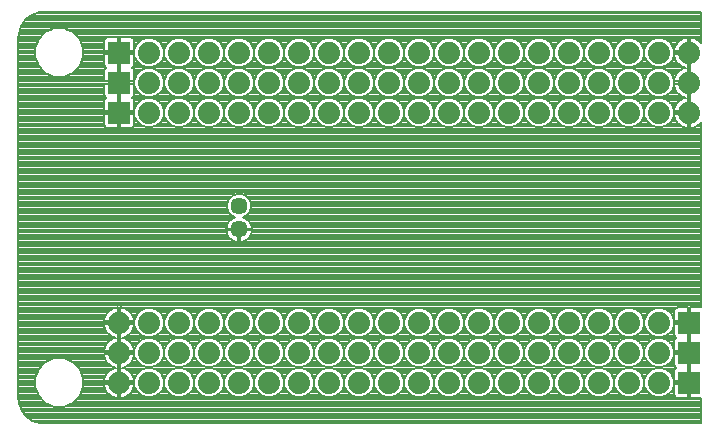
<source format=gbl>
G75*
%MOIN*%
%OFA0B0*%
%FSLAX24Y24*%
%IPPOS*%
%LPD*%
%AMOC8*
5,1,8,0,0,1.08239X$1,22.5*
%
%ADD10R,0.0740X0.0740*%
%ADD11C,0.0740*%
%ADD12C,0.0570*%
%ADD13C,0.0080*%
D10*
X022640Y004515D03*
X022640Y005515D03*
X022640Y006515D03*
X003640Y013515D03*
X003640Y014515D03*
X003640Y015515D03*
D11*
X004640Y015515D03*
X005640Y015515D03*
X006640Y015515D03*
X007640Y015515D03*
X008640Y015515D03*
X009640Y015515D03*
X010640Y015515D03*
X011640Y015515D03*
X012640Y015515D03*
X013640Y015515D03*
X014640Y015515D03*
X015640Y015515D03*
X016640Y015515D03*
X017640Y015515D03*
X018640Y015515D03*
X019640Y015515D03*
X020640Y015515D03*
X021640Y015515D03*
X022640Y015515D03*
X022640Y014515D03*
X021640Y014515D03*
X020640Y014515D03*
X019640Y014515D03*
X018640Y014515D03*
X017640Y014515D03*
X016640Y014515D03*
X015640Y014515D03*
X014640Y014515D03*
X013640Y014515D03*
X012640Y014515D03*
X011640Y014515D03*
X010640Y014515D03*
X009640Y014515D03*
X008640Y014515D03*
X007640Y014515D03*
X006640Y014515D03*
X005640Y014515D03*
X004640Y014515D03*
X004640Y013515D03*
X005640Y013515D03*
X006640Y013515D03*
X007640Y013515D03*
X008640Y013515D03*
X009640Y013515D03*
X010640Y013515D03*
X011640Y013515D03*
X012640Y013515D03*
X013640Y013515D03*
X014640Y013515D03*
X015640Y013515D03*
X016640Y013515D03*
X017640Y013515D03*
X018640Y013515D03*
X019640Y013515D03*
X020640Y013515D03*
X021640Y013515D03*
X022640Y013515D03*
X021640Y006515D03*
X020640Y006515D03*
X019640Y006515D03*
X018640Y006515D03*
X017640Y006515D03*
X016640Y006515D03*
X015640Y006515D03*
X014640Y006515D03*
X013640Y006515D03*
X012640Y006515D03*
X011640Y006515D03*
X010640Y006515D03*
X009640Y006515D03*
X008640Y006515D03*
X007640Y006515D03*
X006640Y006515D03*
X005640Y006515D03*
X004640Y006515D03*
X003640Y006515D03*
X003640Y005515D03*
X004640Y005515D03*
X005640Y005515D03*
X006640Y005515D03*
X007640Y005515D03*
X008640Y005515D03*
X009640Y005515D03*
X010640Y005515D03*
X011640Y005515D03*
X012640Y005515D03*
X013640Y005515D03*
X014640Y005515D03*
X015640Y005515D03*
X016640Y005515D03*
X017640Y005515D03*
X018640Y005515D03*
X019640Y005515D03*
X020640Y005515D03*
X021640Y005515D03*
X021640Y004515D03*
X020640Y004515D03*
X019640Y004515D03*
X018640Y004515D03*
X017640Y004515D03*
X016640Y004515D03*
X015640Y004515D03*
X014640Y004515D03*
X013640Y004515D03*
X012640Y004515D03*
X011640Y004515D03*
X010640Y004515D03*
X009640Y004515D03*
X008640Y004515D03*
X007640Y004515D03*
X006640Y004515D03*
X005640Y004515D03*
X004640Y004515D03*
X003640Y004515D03*
D12*
X007640Y009621D03*
X007640Y010409D03*
D13*
X001140Y003155D02*
X001005Y003166D01*
X000750Y003249D01*
X000532Y003407D01*
X000374Y003625D01*
X000291Y003880D01*
X000280Y004015D01*
X000280Y016015D01*
X000291Y016150D01*
X000374Y016405D01*
X000532Y016623D01*
X000750Y016781D01*
X001005Y016864D01*
X001140Y016875D01*
X023040Y016875D01*
X023040Y015832D01*
X023029Y015847D01*
X022972Y015904D01*
X022907Y015951D01*
X022836Y015988D01*
X022759Y016012D01*
X022680Y016025D01*
X022680Y015555D01*
X022600Y015555D01*
X022600Y016025D01*
X022600Y016025D01*
X022521Y016012D01*
X022444Y015988D01*
X022373Y015951D01*
X022308Y015904D01*
X022251Y015847D01*
X022204Y015782D01*
X022167Y015711D01*
X022143Y015634D01*
X022130Y015555D01*
X022600Y015555D01*
X022600Y015475D01*
X022680Y015475D01*
X022680Y014555D01*
X022600Y014555D01*
X022600Y015025D01*
X022600Y015475D01*
X022130Y015475D01*
X022130Y015475D01*
X022143Y015396D01*
X022167Y015319D01*
X022204Y015248D01*
X022251Y015183D01*
X022308Y015126D01*
X022373Y015079D01*
X022444Y015042D01*
X022521Y015018D01*
X022537Y015015D01*
X022521Y015012D01*
X022444Y014988D01*
X022373Y014951D01*
X022308Y014904D01*
X022251Y014847D01*
X022204Y014782D01*
X022167Y014711D01*
X022143Y014634D01*
X022130Y014555D01*
X022600Y014555D01*
X022600Y014475D01*
X022680Y014475D01*
X022680Y014005D01*
X022680Y013555D01*
X022600Y013555D01*
X022600Y014475D01*
X022130Y014475D01*
X022130Y014475D01*
X022143Y014396D01*
X022167Y014319D01*
X022204Y014248D01*
X022251Y014183D01*
X022308Y014126D01*
X022373Y014079D01*
X022444Y014042D01*
X022521Y014018D01*
X022537Y014015D01*
X022521Y014012D01*
X022444Y013988D01*
X022373Y013951D01*
X022308Y013904D01*
X022251Y013847D01*
X022204Y013782D01*
X022167Y013711D01*
X022143Y013634D01*
X022130Y013555D01*
X022600Y013555D01*
X022600Y013475D01*
X022130Y013475D01*
X022130Y013475D01*
X022143Y013396D01*
X022167Y013319D01*
X022204Y013248D01*
X022251Y013183D01*
X022308Y013126D01*
X022373Y013079D01*
X022444Y013042D01*
X022521Y013018D01*
X022600Y013005D01*
X022600Y013475D01*
X022680Y013475D01*
X022680Y013005D01*
X022680Y013005D01*
X022759Y013018D01*
X022836Y013042D01*
X022907Y013079D01*
X022972Y013126D01*
X023029Y013183D01*
X023040Y013198D01*
X023040Y007022D01*
X023028Y007025D01*
X022680Y007025D01*
X022680Y006555D01*
X022600Y006555D01*
X022600Y007025D01*
X022252Y007025D01*
X022216Y007015D01*
X022184Y006997D01*
X022158Y006971D01*
X022140Y006939D01*
X022130Y006903D01*
X022130Y006555D01*
X022600Y006555D01*
X022600Y006475D01*
X022680Y006475D01*
X022680Y006005D01*
X022680Y005555D01*
X022600Y005555D01*
X022600Y006475D01*
X022130Y006475D01*
X022130Y006127D01*
X022140Y006091D01*
X022158Y006059D01*
X022184Y006033D01*
X022215Y006015D01*
X022184Y005997D01*
X022158Y005971D01*
X022140Y005939D01*
X022130Y005903D01*
X022130Y005555D01*
X022600Y005555D01*
X022600Y005475D01*
X022130Y005475D01*
X022130Y005127D01*
X022140Y005091D01*
X022158Y005059D01*
X022184Y005033D01*
X022215Y005015D01*
X022184Y004997D01*
X022158Y004971D01*
X022140Y004939D01*
X022130Y004903D01*
X022130Y004555D01*
X022600Y004555D01*
X022600Y005475D01*
X022680Y005475D01*
X022680Y005025D01*
X022680Y004555D01*
X022600Y004555D01*
X022600Y004475D01*
X022680Y004475D01*
X022680Y004005D01*
X023028Y004005D01*
X023040Y004008D01*
X023040Y003155D01*
X001140Y003155D01*
X000986Y003172D02*
X023040Y003172D01*
X023040Y003251D02*
X000747Y003251D01*
X000639Y003329D02*
X023040Y003329D01*
X023040Y003408D02*
X000531Y003408D01*
X000474Y003486D02*
X023040Y003486D01*
X023040Y003565D02*
X000417Y003565D01*
X000368Y003643D02*
X023040Y003643D01*
X023040Y003722D02*
X001841Y003722D01*
X001801Y003705D02*
X002099Y003828D01*
X002327Y004056D01*
X002450Y004354D01*
X002450Y004676D01*
X002327Y004974D01*
X002099Y005202D01*
X002099Y005202D01*
X001801Y005325D01*
X001479Y005325D01*
X001181Y005202D01*
X000953Y004974D01*
X000830Y004676D01*
X000830Y004354D01*
X000953Y004056D01*
X001181Y003828D01*
X001479Y003705D01*
X001607Y003705D01*
X001801Y003705D01*
X002030Y003800D02*
X023040Y003800D01*
X023040Y003879D02*
X002149Y003879D01*
X002099Y003828D02*
X002099Y003828D01*
X002228Y003957D02*
X023040Y003957D01*
X022680Y004036D02*
X022600Y004036D01*
X022600Y004005D02*
X022600Y004475D01*
X022130Y004475D01*
X022130Y004127D01*
X022140Y004091D01*
X022158Y004059D01*
X022184Y004033D01*
X022216Y004015D01*
X022252Y004005D01*
X022600Y004005D01*
X022600Y004114D02*
X022680Y004114D01*
X022680Y004193D02*
X022600Y004193D01*
X022600Y004271D02*
X022680Y004271D01*
X022680Y004350D02*
X022600Y004350D01*
X022600Y004428D02*
X022680Y004428D01*
X022600Y004507D02*
X022130Y004507D01*
X022130Y004585D02*
X022130Y004585D01*
X022130Y004612D02*
X022055Y004793D01*
X021918Y004930D01*
X021737Y005005D01*
X021543Y005005D01*
X021362Y004930D01*
X021225Y004793D01*
X021150Y004612D01*
X021150Y004418D01*
X021225Y004237D01*
X021362Y004100D01*
X021543Y004025D01*
X021737Y004025D01*
X021918Y004100D01*
X022055Y004237D01*
X022130Y004418D01*
X022130Y004612D01*
X022130Y004664D02*
X022109Y004664D01*
X022130Y004742D02*
X022076Y004742D01*
X022027Y004821D02*
X022130Y004821D01*
X022130Y004899D02*
X021949Y004899D01*
X021804Y004978D02*
X022165Y004978D01*
X022161Y005056D02*
X021812Y005056D01*
X021737Y005025D02*
X021918Y005100D01*
X022055Y005237D01*
X022130Y005418D01*
X022130Y005612D01*
X022055Y005793D01*
X021918Y005930D01*
X021737Y006005D01*
X021543Y006005D01*
X021362Y005930D01*
X021225Y005793D01*
X021150Y005612D01*
X021150Y005418D01*
X021225Y005237D01*
X021362Y005100D01*
X021543Y005025D01*
X021737Y005025D01*
X021952Y005135D02*
X022130Y005135D01*
X022130Y005213D02*
X022031Y005213D01*
X022078Y005292D02*
X022130Y005292D01*
X022130Y005370D02*
X022110Y005370D01*
X022130Y005449D02*
X022130Y005449D01*
X022130Y005527D02*
X022600Y005527D01*
X022600Y005449D02*
X022680Y005449D01*
X022680Y005370D02*
X022600Y005370D01*
X022600Y005292D02*
X022680Y005292D01*
X022680Y005213D02*
X022600Y005213D01*
X022600Y005135D02*
X022680Y005135D01*
X022680Y005056D02*
X022600Y005056D01*
X022600Y004978D02*
X022680Y004978D01*
X022680Y004899D02*
X022600Y004899D01*
X022600Y004821D02*
X022680Y004821D01*
X022680Y004742D02*
X022600Y004742D01*
X022600Y004664D02*
X022680Y004664D01*
X022680Y004585D02*
X022600Y004585D01*
X022130Y004428D02*
X022130Y004428D01*
X022130Y004350D02*
X022102Y004350D01*
X022130Y004271D02*
X022069Y004271D01*
X022010Y004193D02*
X022130Y004193D01*
X022133Y004114D02*
X021932Y004114D01*
X021763Y004036D02*
X022182Y004036D01*
X021517Y004036D02*
X020763Y004036D01*
X020737Y004025D02*
X020918Y004100D01*
X021055Y004237D01*
X021130Y004418D01*
X021130Y004612D01*
X021055Y004793D01*
X020918Y004930D01*
X020737Y005005D01*
X020543Y005005D01*
X020362Y004930D01*
X020225Y004793D01*
X020150Y004612D01*
X020150Y004418D01*
X020225Y004237D01*
X020362Y004100D01*
X020543Y004025D01*
X020737Y004025D01*
X020932Y004114D02*
X021348Y004114D01*
X021270Y004193D02*
X021010Y004193D01*
X021069Y004271D02*
X021211Y004271D01*
X021178Y004350D02*
X021102Y004350D01*
X021130Y004428D02*
X021150Y004428D01*
X021150Y004507D02*
X021130Y004507D01*
X021130Y004585D02*
X021150Y004585D01*
X021171Y004664D02*
X021109Y004664D01*
X021076Y004742D02*
X021204Y004742D01*
X021253Y004821D02*
X021027Y004821D01*
X020949Y004899D02*
X021331Y004899D01*
X021476Y004978D02*
X020804Y004978D01*
X020812Y005056D02*
X021468Y005056D01*
X021328Y005135D02*
X020952Y005135D01*
X020918Y005100D02*
X021055Y005237D01*
X021130Y005418D01*
X021130Y005612D01*
X021055Y005793D01*
X020918Y005930D01*
X020737Y006005D01*
X020543Y006005D01*
X020362Y005930D01*
X020225Y005793D01*
X020150Y005612D01*
X020150Y005418D01*
X020225Y005237D01*
X020362Y005100D01*
X020543Y005025D01*
X020737Y005025D01*
X020918Y005100D01*
X021031Y005213D02*
X021249Y005213D01*
X021202Y005292D02*
X021078Y005292D01*
X021110Y005370D02*
X021170Y005370D01*
X021150Y005449D02*
X021130Y005449D01*
X021130Y005527D02*
X021150Y005527D01*
X021150Y005606D02*
X021130Y005606D01*
X021100Y005684D02*
X021180Y005684D01*
X021212Y005763D02*
X021068Y005763D01*
X021007Y005841D02*
X021273Y005841D01*
X021352Y005920D02*
X020928Y005920D01*
X020862Y006077D02*
X021418Y006077D01*
X021362Y006100D02*
X021543Y006025D01*
X021737Y006025D01*
X021918Y006100D01*
X022055Y006237D01*
X022130Y006418D01*
X022130Y006612D01*
X022055Y006793D01*
X021918Y006930D01*
X021737Y007005D01*
X021543Y007005D01*
X021362Y006930D01*
X021225Y006793D01*
X021150Y006612D01*
X021150Y006418D01*
X021225Y006237D01*
X021362Y006100D01*
X021307Y006155D02*
X020973Y006155D01*
X020918Y006100D02*
X021055Y006237D01*
X021130Y006418D01*
X021130Y006612D01*
X021055Y006793D01*
X020918Y006930D01*
X020737Y007005D01*
X020543Y007005D01*
X020362Y006930D01*
X020225Y006793D01*
X020150Y006612D01*
X020150Y006418D01*
X020225Y006237D01*
X020362Y006100D01*
X020543Y006025D01*
X020737Y006025D01*
X020918Y006100D01*
X021051Y006234D02*
X021229Y006234D01*
X021194Y006312D02*
X021086Y006312D01*
X021119Y006391D02*
X021161Y006391D01*
X021150Y006469D02*
X021130Y006469D01*
X021130Y006548D02*
X021150Y006548D01*
X021156Y006626D02*
X021124Y006626D01*
X021092Y006705D02*
X021188Y006705D01*
X021221Y006783D02*
X021059Y006783D01*
X020986Y006862D02*
X021294Y006862D01*
X021386Y006940D02*
X020894Y006940D01*
X020386Y006940D02*
X019894Y006940D01*
X019918Y006930D02*
X019737Y007005D01*
X019543Y007005D01*
X019362Y006930D01*
X019225Y006793D01*
X019150Y006612D01*
X019150Y006418D01*
X019225Y006237D01*
X019362Y006100D01*
X019543Y006025D01*
X019737Y006025D01*
X019918Y006100D01*
X020055Y006237D01*
X020130Y006418D01*
X020130Y006612D01*
X020055Y006793D01*
X019918Y006930D01*
X019986Y006862D02*
X020294Y006862D01*
X020221Y006783D02*
X020059Y006783D01*
X020092Y006705D02*
X020188Y006705D01*
X020156Y006626D02*
X020124Y006626D01*
X020130Y006548D02*
X020150Y006548D01*
X020150Y006469D02*
X020130Y006469D01*
X020119Y006391D02*
X020161Y006391D01*
X020194Y006312D02*
X020086Y006312D01*
X020051Y006234D02*
X020229Y006234D01*
X020307Y006155D02*
X019973Y006155D01*
X019862Y006077D02*
X020418Y006077D01*
X020526Y005998D02*
X019754Y005998D01*
X019737Y006005D02*
X019543Y006005D01*
X019362Y005930D01*
X019225Y005793D01*
X019150Y005612D01*
X019150Y005418D01*
X019225Y005237D01*
X019362Y005100D01*
X019543Y005025D01*
X019737Y005025D01*
X019918Y005100D01*
X020055Y005237D01*
X020130Y005418D01*
X020130Y005612D01*
X020055Y005793D01*
X019918Y005930D01*
X019737Y006005D01*
X019928Y005920D02*
X020352Y005920D01*
X020273Y005841D02*
X020007Y005841D01*
X020068Y005763D02*
X020212Y005763D01*
X020180Y005684D02*
X020100Y005684D01*
X020130Y005606D02*
X020150Y005606D01*
X020150Y005527D02*
X020130Y005527D01*
X020130Y005449D02*
X020150Y005449D01*
X020170Y005370D02*
X020110Y005370D01*
X020078Y005292D02*
X020202Y005292D01*
X020249Y005213D02*
X020031Y005213D01*
X019952Y005135D02*
X020328Y005135D01*
X020468Y005056D02*
X019812Y005056D01*
X019804Y004978D02*
X020476Y004978D01*
X020331Y004899D02*
X019949Y004899D01*
X019918Y004930D02*
X019737Y005005D01*
X019543Y005005D01*
X019362Y004930D01*
X019225Y004793D01*
X019150Y004612D01*
X019150Y004418D01*
X019225Y004237D01*
X019362Y004100D01*
X019543Y004025D01*
X019737Y004025D01*
X019918Y004100D01*
X020055Y004237D01*
X020130Y004418D01*
X020130Y004612D01*
X020055Y004793D01*
X019918Y004930D01*
X020027Y004821D02*
X020253Y004821D01*
X020204Y004742D02*
X020076Y004742D01*
X020109Y004664D02*
X020171Y004664D01*
X020150Y004585D02*
X020130Y004585D01*
X020130Y004507D02*
X020150Y004507D01*
X020150Y004428D02*
X020130Y004428D01*
X020102Y004350D02*
X020178Y004350D01*
X020211Y004271D02*
X020069Y004271D01*
X020010Y004193D02*
X020270Y004193D01*
X020348Y004114D02*
X019932Y004114D01*
X019763Y004036D02*
X020517Y004036D01*
X019517Y004036D02*
X018763Y004036D01*
X018737Y004025D02*
X018918Y004100D01*
X019055Y004237D01*
X019130Y004418D01*
X019130Y004612D01*
X019055Y004793D01*
X018918Y004930D01*
X018737Y005005D01*
X018543Y005005D01*
X018362Y004930D01*
X018225Y004793D01*
X018150Y004612D01*
X018150Y004418D01*
X018225Y004237D01*
X018362Y004100D01*
X018543Y004025D01*
X018737Y004025D01*
X018932Y004114D02*
X019348Y004114D01*
X019270Y004193D02*
X019010Y004193D01*
X019069Y004271D02*
X019211Y004271D01*
X019178Y004350D02*
X019102Y004350D01*
X019130Y004428D02*
X019150Y004428D01*
X019150Y004507D02*
X019130Y004507D01*
X019130Y004585D02*
X019150Y004585D01*
X019171Y004664D02*
X019109Y004664D01*
X019076Y004742D02*
X019204Y004742D01*
X019253Y004821D02*
X019027Y004821D01*
X018949Y004899D02*
X019331Y004899D01*
X019476Y004978D02*
X018804Y004978D01*
X018812Y005056D02*
X019468Y005056D01*
X019328Y005135D02*
X018952Y005135D01*
X018918Y005100D02*
X019055Y005237D01*
X019130Y005418D01*
X019130Y005612D01*
X019055Y005793D01*
X018918Y005930D01*
X018737Y006005D01*
X018543Y006005D01*
X018362Y005930D01*
X018225Y005793D01*
X018150Y005612D01*
X018150Y005418D01*
X018225Y005237D01*
X018362Y005100D01*
X018543Y005025D01*
X018737Y005025D01*
X018918Y005100D01*
X019031Y005213D02*
X019249Y005213D01*
X019202Y005292D02*
X019078Y005292D01*
X019110Y005370D02*
X019170Y005370D01*
X019150Y005449D02*
X019130Y005449D01*
X019130Y005527D02*
X019150Y005527D01*
X019150Y005606D02*
X019130Y005606D01*
X019100Y005684D02*
X019180Y005684D01*
X019212Y005763D02*
X019068Y005763D01*
X019007Y005841D02*
X019273Y005841D01*
X019352Y005920D02*
X018928Y005920D01*
X018862Y006077D02*
X019418Y006077D01*
X019526Y005998D02*
X018754Y005998D01*
X018737Y006025D02*
X018918Y006100D01*
X019055Y006237D01*
X019130Y006418D01*
X019130Y006612D01*
X019055Y006793D01*
X018918Y006930D01*
X018737Y007005D01*
X018543Y007005D01*
X018362Y006930D01*
X018225Y006793D01*
X018150Y006612D01*
X018150Y006418D01*
X018225Y006237D01*
X018362Y006100D01*
X018543Y006025D01*
X018737Y006025D01*
X018526Y005998D02*
X017754Y005998D01*
X017737Y006005D02*
X017543Y006005D01*
X017362Y005930D01*
X017225Y005793D01*
X017150Y005612D01*
X017150Y005418D01*
X017225Y005237D01*
X017362Y005100D01*
X017543Y005025D01*
X017737Y005025D01*
X017918Y005100D01*
X018055Y005237D01*
X018130Y005418D01*
X018130Y005612D01*
X018055Y005793D01*
X017918Y005930D01*
X017737Y006005D01*
X017737Y006025D02*
X017918Y006100D01*
X018055Y006237D01*
X018130Y006418D01*
X018130Y006612D01*
X018055Y006793D01*
X017918Y006930D01*
X017737Y007005D01*
X017543Y007005D01*
X017362Y006930D01*
X017225Y006793D01*
X017150Y006612D01*
X017150Y006418D01*
X017225Y006237D01*
X017362Y006100D01*
X017543Y006025D01*
X017737Y006025D01*
X017862Y006077D02*
X018418Y006077D01*
X018307Y006155D02*
X017973Y006155D01*
X018051Y006234D02*
X018229Y006234D01*
X018194Y006312D02*
X018086Y006312D01*
X018119Y006391D02*
X018161Y006391D01*
X018150Y006469D02*
X018130Y006469D01*
X018130Y006548D02*
X018150Y006548D01*
X018156Y006626D02*
X018124Y006626D01*
X018092Y006705D02*
X018188Y006705D01*
X018221Y006783D02*
X018059Y006783D01*
X017986Y006862D02*
X018294Y006862D01*
X018386Y006940D02*
X017894Y006940D01*
X017386Y006940D02*
X016894Y006940D01*
X016918Y006930D02*
X016737Y007005D01*
X016543Y007005D01*
X016362Y006930D01*
X016225Y006793D01*
X016150Y006612D01*
X016150Y006418D01*
X016225Y006237D01*
X016362Y006100D01*
X016543Y006025D01*
X016737Y006025D01*
X016918Y006100D01*
X017055Y006237D01*
X017130Y006418D01*
X017130Y006612D01*
X017055Y006793D01*
X016918Y006930D01*
X016986Y006862D02*
X017294Y006862D01*
X017221Y006783D02*
X017059Y006783D01*
X017092Y006705D02*
X017188Y006705D01*
X017156Y006626D02*
X017124Y006626D01*
X017130Y006548D02*
X017150Y006548D01*
X017150Y006469D02*
X017130Y006469D01*
X017119Y006391D02*
X017161Y006391D01*
X017194Y006312D02*
X017086Y006312D01*
X017051Y006234D02*
X017229Y006234D01*
X017307Y006155D02*
X016973Y006155D01*
X016862Y006077D02*
X017418Y006077D01*
X017526Y005998D02*
X016754Y005998D01*
X016737Y006005D02*
X016543Y006005D01*
X016362Y005930D01*
X016225Y005793D01*
X016150Y005612D01*
X016150Y005418D01*
X016225Y005237D01*
X016362Y005100D01*
X016543Y005025D01*
X016737Y005025D01*
X016918Y005100D01*
X017055Y005237D01*
X017130Y005418D01*
X017130Y005612D01*
X017055Y005793D01*
X016918Y005930D01*
X016737Y006005D01*
X016928Y005920D02*
X017352Y005920D01*
X017273Y005841D02*
X017007Y005841D01*
X017068Y005763D02*
X017212Y005763D01*
X017180Y005684D02*
X017100Y005684D01*
X017130Y005606D02*
X017150Y005606D01*
X017150Y005527D02*
X017130Y005527D01*
X017130Y005449D02*
X017150Y005449D01*
X017170Y005370D02*
X017110Y005370D01*
X017078Y005292D02*
X017202Y005292D01*
X017249Y005213D02*
X017031Y005213D01*
X016952Y005135D02*
X017328Y005135D01*
X017468Y005056D02*
X016812Y005056D01*
X016804Y004978D02*
X017476Y004978D01*
X017543Y005005D02*
X017362Y004930D01*
X017225Y004793D01*
X017150Y004612D01*
X017150Y004418D01*
X017225Y004237D01*
X017362Y004100D01*
X017543Y004025D01*
X017737Y004025D01*
X017918Y004100D01*
X018055Y004237D01*
X018130Y004418D01*
X018130Y004612D01*
X018055Y004793D01*
X017918Y004930D01*
X017737Y005005D01*
X017543Y005005D01*
X017331Y004899D02*
X016949Y004899D01*
X016918Y004930D02*
X016737Y005005D01*
X016543Y005005D01*
X016362Y004930D01*
X016225Y004793D01*
X016150Y004612D01*
X016150Y004418D01*
X016225Y004237D01*
X016362Y004100D01*
X016543Y004025D01*
X016737Y004025D01*
X016918Y004100D01*
X017055Y004237D01*
X017130Y004418D01*
X017130Y004612D01*
X017055Y004793D01*
X016918Y004930D01*
X017027Y004821D02*
X017253Y004821D01*
X017204Y004742D02*
X017076Y004742D01*
X017109Y004664D02*
X017171Y004664D01*
X017150Y004585D02*
X017130Y004585D01*
X017130Y004507D02*
X017150Y004507D01*
X017150Y004428D02*
X017130Y004428D01*
X017102Y004350D02*
X017178Y004350D01*
X017211Y004271D02*
X017069Y004271D01*
X017010Y004193D02*
X017270Y004193D01*
X017348Y004114D02*
X016932Y004114D01*
X016763Y004036D02*
X017517Y004036D01*
X017763Y004036D02*
X018517Y004036D01*
X018348Y004114D02*
X017932Y004114D01*
X018010Y004193D02*
X018270Y004193D01*
X018211Y004271D02*
X018069Y004271D01*
X018102Y004350D02*
X018178Y004350D01*
X018150Y004428D02*
X018130Y004428D01*
X018130Y004507D02*
X018150Y004507D01*
X018150Y004585D02*
X018130Y004585D01*
X018109Y004664D02*
X018171Y004664D01*
X018204Y004742D02*
X018076Y004742D01*
X018027Y004821D02*
X018253Y004821D01*
X018331Y004899D02*
X017949Y004899D01*
X017804Y004978D02*
X018476Y004978D01*
X018468Y005056D02*
X017812Y005056D01*
X017952Y005135D02*
X018328Y005135D01*
X018249Y005213D02*
X018031Y005213D01*
X018078Y005292D02*
X018202Y005292D01*
X018170Y005370D02*
X018110Y005370D01*
X018130Y005449D02*
X018150Y005449D01*
X018150Y005527D02*
X018130Y005527D01*
X018130Y005606D02*
X018150Y005606D01*
X018180Y005684D02*
X018100Y005684D01*
X018068Y005763D02*
X018212Y005763D01*
X018273Y005841D02*
X018007Y005841D01*
X017928Y005920D02*
X018352Y005920D01*
X018973Y006155D02*
X019307Y006155D01*
X019229Y006234D02*
X019051Y006234D01*
X019086Y006312D02*
X019194Y006312D01*
X019161Y006391D02*
X019119Y006391D01*
X019130Y006469D02*
X019150Y006469D01*
X019150Y006548D02*
X019130Y006548D01*
X019124Y006626D02*
X019156Y006626D01*
X019188Y006705D02*
X019092Y006705D01*
X019059Y006783D02*
X019221Y006783D01*
X019294Y006862D02*
X018986Y006862D01*
X018894Y006940D02*
X019386Y006940D01*
X020754Y005998D02*
X021526Y005998D01*
X021754Y005998D02*
X022186Y005998D01*
X022148Y006077D02*
X021862Y006077D01*
X021973Y006155D02*
X022130Y006155D01*
X022130Y006234D02*
X022051Y006234D01*
X022086Y006312D02*
X022130Y006312D01*
X022119Y006391D02*
X022130Y006391D01*
X022130Y006469D02*
X022130Y006469D01*
X022130Y006548D02*
X022600Y006548D01*
X022600Y006626D02*
X022680Y006626D01*
X022680Y006705D02*
X022600Y006705D01*
X022600Y006783D02*
X022680Y006783D01*
X022680Y006862D02*
X022600Y006862D01*
X022600Y006940D02*
X022680Y006940D01*
X022680Y007019D02*
X022600Y007019D01*
X022227Y007019D02*
X003721Y007019D01*
X003759Y007012D02*
X003680Y007025D01*
X003680Y006555D01*
X004150Y006555D01*
X004150Y006555D01*
X004137Y006634D01*
X004113Y006711D01*
X004076Y006782D01*
X004029Y006847D01*
X003972Y006904D01*
X003907Y006951D01*
X003836Y006988D01*
X003759Y007012D01*
X003680Y007019D02*
X003600Y007019D01*
X003600Y007025D02*
X003600Y007025D01*
X003600Y006555D01*
X003680Y006555D01*
X003680Y006475D01*
X004150Y006475D01*
X004150Y006475D01*
X004137Y006396D01*
X004113Y006319D01*
X004076Y006248D01*
X004029Y006183D01*
X003972Y006126D01*
X003907Y006079D01*
X003836Y006042D01*
X003759Y006018D01*
X003743Y006015D01*
X003759Y006012D01*
X003836Y005988D01*
X003907Y005951D01*
X003972Y005904D01*
X004029Y005847D01*
X004076Y005782D01*
X004113Y005711D01*
X004137Y005634D01*
X004150Y005555D01*
X004150Y005555D01*
X003680Y005555D01*
X003680Y005475D01*
X004150Y005475D01*
X004150Y005475D01*
X004137Y005396D01*
X004113Y005319D01*
X004076Y005248D01*
X004029Y005183D01*
X003972Y005126D01*
X003907Y005079D01*
X003836Y005042D01*
X003759Y005018D01*
X003743Y005015D01*
X003759Y005012D01*
X003836Y004988D01*
X003907Y004951D01*
X003972Y004904D01*
X004029Y004847D01*
X004076Y004782D01*
X004113Y004711D01*
X004137Y004634D01*
X004150Y004555D01*
X004150Y004555D01*
X003680Y004555D01*
X003680Y004475D01*
X004150Y004475D01*
X004150Y004475D01*
X004137Y004396D01*
X004113Y004319D01*
X004076Y004248D01*
X004029Y004183D01*
X003972Y004126D01*
X003907Y004079D01*
X003836Y004042D01*
X003759Y004018D01*
X003680Y004005D01*
X003680Y004005D01*
X003680Y004475D01*
X003600Y004475D01*
X003600Y004005D01*
X003600Y004005D01*
X003521Y004018D01*
X003444Y004042D01*
X003373Y004079D01*
X003308Y004126D01*
X003251Y004183D01*
X003204Y004248D01*
X003167Y004319D01*
X003143Y004396D01*
X003130Y004475D01*
X003130Y004475D01*
X003600Y004475D01*
X003600Y004555D01*
X003600Y005475D01*
X003130Y005475D01*
X003130Y005475D01*
X003143Y005396D01*
X003167Y005319D01*
X003204Y005248D01*
X003251Y005183D01*
X003308Y005126D01*
X003373Y005079D01*
X003444Y005042D01*
X003521Y005018D01*
X003537Y005015D01*
X003521Y005012D01*
X003444Y004988D01*
X003373Y004951D01*
X003308Y004904D01*
X003251Y004847D01*
X003204Y004782D01*
X003167Y004711D01*
X003143Y004634D01*
X003130Y004555D01*
X003600Y004555D01*
X003680Y004555D01*
X003680Y005025D01*
X003680Y005475D01*
X003600Y005475D01*
X003600Y005555D01*
X003600Y006475D01*
X003130Y006475D01*
X003130Y006475D01*
X003143Y006396D01*
X003167Y006319D01*
X003204Y006248D01*
X003251Y006183D01*
X003308Y006126D01*
X003373Y006079D01*
X003444Y006042D01*
X003521Y006018D01*
X003537Y006015D01*
X003521Y006012D01*
X003444Y005988D01*
X003373Y005951D01*
X003308Y005904D01*
X003251Y005847D01*
X003204Y005782D01*
X003167Y005711D01*
X003143Y005634D01*
X003130Y005555D01*
X003600Y005555D01*
X003680Y005555D01*
X003680Y006025D01*
X003680Y006475D01*
X003600Y006475D01*
X003600Y006555D01*
X003130Y006555D01*
X003130Y006555D01*
X003143Y006634D01*
X003167Y006711D01*
X003204Y006782D01*
X003251Y006847D01*
X003308Y006904D01*
X003373Y006951D01*
X003444Y006988D01*
X003521Y007012D01*
X003600Y007025D01*
X003559Y007019D02*
X000280Y007019D01*
X000280Y007097D02*
X023040Y007097D01*
X023040Y007176D02*
X000280Y007176D01*
X000280Y007254D02*
X023040Y007254D01*
X023040Y007333D02*
X000280Y007333D01*
X000280Y007411D02*
X023040Y007411D01*
X023040Y007490D02*
X000280Y007490D01*
X000280Y007568D02*
X023040Y007568D01*
X023040Y007647D02*
X000280Y007647D01*
X000280Y007725D02*
X023040Y007725D01*
X023040Y007804D02*
X000280Y007804D01*
X000280Y007882D02*
X023040Y007882D01*
X023040Y007961D02*
X000280Y007961D01*
X000280Y008039D02*
X023040Y008039D01*
X023040Y008118D02*
X000280Y008118D01*
X000280Y008196D02*
X023040Y008196D01*
X023040Y008275D02*
X000280Y008275D01*
X000280Y008353D02*
X023040Y008353D01*
X023040Y008432D02*
X000280Y008432D01*
X000280Y008510D02*
X023040Y008510D01*
X023040Y008589D02*
X000280Y008589D01*
X000280Y008667D02*
X023040Y008667D01*
X023040Y008746D02*
X000280Y008746D01*
X000280Y008824D02*
X023040Y008824D01*
X023040Y008903D02*
X000280Y008903D01*
X000280Y008981D02*
X023040Y008981D01*
X023040Y009060D02*
X000280Y009060D01*
X000280Y009138D02*
X023040Y009138D01*
X023040Y009217D02*
X007770Y009217D01*
X007740Y009207D02*
X007803Y009227D01*
X007863Y009258D01*
X007917Y009297D01*
X007964Y009344D01*
X008003Y009399D01*
X008034Y009458D01*
X008055Y009522D01*
X008065Y009588D01*
X008065Y009592D01*
X007669Y009592D01*
X007669Y009196D01*
X007673Y009196D01*
X007740Y009207D01*
X007669Y009217D02*
X007611Y009217D01*
X007611Y009196D02*
X007611Y009592D01*
X007669Y009592D01*
X007669Y009650D01*
X008065Y009650D01*
X008065Y009655D01*
X008055Y009721D01*
X008034Y009784D01*
X008003Y009844D01*
X007964Y009898D01*
X007917Y009945D01*
X007863Y009985D01*
X007803Y010015D01*
X007772Y010025D01*
X007869Y010065D01*
X007983Y010179D01*
X008045Y010328D01*
X008045Y010489D01*
X007983Y010638D01*
X007869Y010752D01*
X007721Y010814D01*
X007559Y010814D01*
X007411Y010752D01*
X007297Y010638D01*
X007235Y010489D01*
X007235Y010328D01*
X007297Y010179D01*
X007411Y010065D01*
X007508Y010025D01*
X007477Y010015D01*
X007417Y009985D01*
X007363Y009945D01*
X007316Y009898D01*
X007277Y009844D01*
X007246Y009784D01*
X007225Y009721D01*
X007215Y009655D01*
X007215Y009650D01*
X007611Y009650D01*
X007611Y009592D01*
X007215Y009592D01*
X007215Y009588D01*
X007225Y009522D01*
X007246Y009458D01*
X007277Y009399D01*
X007316Y009344D01*
X007363Y009297D01*
X007417Y009258D01*
X007477Y009227D01*
X007540Y009207D01*
X007607Y009196D01*
X007611Y009196D01*
X007611Y009295D02*
X007669Y009295D01*
X007669Y009374D02*
X007611Y009374D01*
X007611Y009452D02*
X007669Y009452D01*
X007669Y009531D02*
X007611Y009531D01*
X007611Y009609D02*
X000280Y009609D01*
X000280Y009531D02*
X007224Y009531D01*
X007249Y009452D02*
X000280Y009452D01*
X000280Y009374D02*
X007295Y009374D01*
X007366Y009295D02*
X000280Y009295D01*
X000280Y009217D02*
X007510Y009217D01*
X007914Y009295D02*
X023040Y009295D01*
X023040Y009374D02*
X007985Y009374D01*
X008031Y009452D02*
X023040Y009452D01*
X023040Y009531D02*
X008056Y009531D01*
X008060Y009688D02*
X023040Y009688D01*
X023040Y009766D02*
X008040Y009766D01*
X008003Y009845D02*
X023040Y009845D01*
X023040Y009923D02*
X007939Y009923D01*
X007830Y010002D02*
X023040Y010002D01*
X023040Y010080D02*
X007884Y010080D01*
X007963Y010159D02*
X023040Y010159D01*
X023040Y010237D02*
X008007Y010237D01*
X008040Y010316D02*
X023040Y010316D01*
X023040Y010394D02*
X008045Y010394D01*
X008045Y010473D02*
X023040Y010473D01*
X023040Y010551D02*
X008019Y010551D01*
X007987Y010630D02*
X023040Y010630D01*
X023040Y010708D02*
X007913Y010708D01*
X007786Y010787D02*
X023040Y010787D01*
X023040Y010865D02*
X000280Y010865D01*
X000280Y010787D02*
X007494Y010787D01*
X007367Y010708D02*
X000280Y010708D01*
X000280Y010630D02*
X007293Y010630D01*
X007261Y010551D02*
X000280Y010551D01*
X000280Y010473D02*
X007235Y010473D01*
X007235Y010394D02*
X000280Y010394D01*
X000280Y010316D02*
X007240Y010316D01*
X007273Y010237D02*
X000280Y010237D01*
X000280Y010159D02*
X007317Y010159D01*
X007396Y010080D02*
X000280Y010080D01*
X000280Y010002D02*
X007450Y010002D01*
X007341Y009923D02*
X000280Y009923D01*
X000280Y009845D02*
X007277Y009845D01*
X007240Y009766D02*
X000280Y009766D01*
X000280Y009688D02*
X007220Y009688D01*
X007669Y009609D02*
X023040Y009609D01*
X023040Y010944D02*
X000280Y010944D01*
X000280Y011022D02*
X023040Y011022D01*
X023040Y011101D02*
X000280Y011101D01*
X000280Y011179D02*
X023040Y011179D01*
X023040Y011258D02*
X000280Y011258D01*
X000280Y011336D02*
X023040Y011336D01*
X023040Y011415D02*
X000280Y011415D01*
X000280Y011493D02*
X023040Y011493D01*
X023040Y011572D02*
X000280Y011572D01*
X000280Y011650D02*
X023040Y011650D01*
X023040Y011729D02*
X000280Y011729D01*
X000280Y011807D02*
X023040Y011807D01*
X023040Y011886D02*
X000280Y011886D01*
X000280Y011964D02*
X023040Y011964D01*
X023040Y012043D02*
X000280Y012043D01*
X000280Y012121D02*
X023040Y012121D01*
X023040Y012200D02*
X000280Y012200D01*
X000280Y012278D02*
X023040Y012278D01*
X023040Y012357D02*
X000280Y012357D01*
X000280Y012435D02*
X023040Y012435D01*
X023040Y012514D02*
X000280Y012514D01*
X000280Y012592D02*
X023040Y012592D01*
X023040Y012671D02*
X000280Y012671D01*
X000280Y012749D02*
X023040Y012749D01*
X023040Y012828D02*
X000280Y012828D01*
X000280Y012906D02*
X023040Y012906D01*
X023040Y012985D02*
X000280Y012985D01*
X000280Y013063D02*
X003156Y013063D01*
X003158Y013059D02*
X003184Y013033D01*
X003216Y013015D01*
X003252Y013005D01*
X003600Y013005D01*
X003600Y013475D01*
X003680Y013475D01*
X003680Y013555D01*
X004150Y013555D01*
X004150Y013903D01*
X004140Y013939D01*
X004122Y013971D01*
X004096Y013997D01*
X004065Y014015D01*
X004096Y014033D01*
X004122Y014059D01*
X004140Y014091D01*
X004150Y014127D01*
X004150Y014475D01*
X003680Y014475D01*
X003680Y014555D01*
X004150Y014555D01*
X004150Y014903D01*
X004140Y014939D01*
X004122Y014971D01*
X004096Y014997D01*
X004065Y015015D01*
X004096Y015033D01*
X004122Y015059D01*
X004140Y015091D01*
X004150Y015127D01*
X004150Y015475D01*
X003680Y015475D01*
X003680Y015555D01*
X003600Y015555D01*
X003600Y016025D01*
X003252Y016025D01*
X003216Y016015D01*
X003184Y015997D01*
X003158Y015971D01*
X003140Y015939D01*
X003130Y015903D01*
X003130Y015555D01*
X003600Y015555D01*
X003600Y015475D01*
X003130Y015475D01*
X003130Y015127D01*
X003140Y015091D01*
X003158Y015059D01*
X003184Y015033D01*
X003215Y015015D01*
X003184Y014997D01*
X003158Y014971D01*
X003140Y014939D01*
X003130Y014903D01*
X003130Y014555D01*
X003600Y014555D01*
X003600Y015025D01*
X003600Y015475D01*
X003680Y015475D01*
X003680Y014555D01*
X003600Y014555D01*
X003600Y014475D01*
X003130Y014475D01*
X003130Y014127D01*
X003140Y014091D01*
X003158Y014059D01*
X003184Y014033D01*
X003215Y014015D01*
X003184Y013997D01*
X003158Y013971D01*
X003140Y013939D01*
X003130Y013903D01*
X003130Y013555D01*
X003600Y013555D01*
X003600Y014475D01*
X003680Y014475D01*
X003680Y014025D01*
X003680Y013555D01*
X003600Y013555D01*
X003600Y013475D01*
X003130Y013475D01*
X003130Y013127D01*
X003140Y013091D01*
X003158Y013059D01*
X003130Y013142D02*
X000280Y013142D01*
X000280Y013220D02*
X003130Y013220D01*
X003130Y013299D02*
X000280Y013299D01*
X000280Y013377D02*
X003130Y013377D01*
X003130Y013456D02*
X000280Y013456D01*
X000280Y013534D02*
X003600Y013534D01*
X003600Y013456D02*
X003680Y013456D01*
X003680Y013475D02*
X003680Y013005D01*
X004028Y013005D01*
X004064Y013015D01*
X004096Y013033D01*
X004122Y013059D01*
X004140Y013091D01*
X004150Y013127D01*
X004150Y013475D01*
X003680Y013475D01*
X003680Y013534D02*
X004150Y013534D01*
X004150Y013456D02*
X004150Y013456D01*
X004150Y013418D02*
X004150Y013612D01*
X004225Y013793D01*
X004362Y013930D01*
X004543Y014005D01*
X004737Y014005D01*
X004918Y013930D01*
X005055Y013793D01*
X005130Y013612D01*
X005130Y013418D01*
X005055Y013237D01*
X004918Y013100D01*
X004737Y013025D01*
X004543Y013025D01*
X004362Y013100D01*
X004225Y013237D01*
X004150Y013418D01*
X004150Y013377D02*
X004167Y013377D01*
X004150Y013299D02*
X004199Y013299D01*
X004242Y013220D02*
X004150Y013220D01*
X004150Y013142D02*
X004321Y013142D01*
X004451Y013063D02*
X004124Y013063D01*
X003680Y013063D02*
X003600Y013063D01*
X003600Y013142D02*
X003680Y013142D01*
X003680Y013220D02*
X003600Y013220D01*
X003600Y013299D02*
X003680Y013299D01*
X003680Y013377D02*
X003600Y013377D01*
X003600Y013613D02*
X003680Y013613D01*
X003680Y013691D02*
X003600Y013691D01*
X003600Y013770D02*
X003680Y013770D01*
X003680Y013848D02*
X003600Y013848D01*
X003600Y013927D02*
X003680Y013927D01*
X003680Y014005D02*
X003600Y014005D01*
X003600Y014084D02*
X003680Y014084D01*
X003680Y014162D02*
X003600Y014162D01*
X003600Y014241D02*
X003680Y014241D01*
X003680Y014319D02*
X003600Y014319D01*
X003600Y014398D02*
X003680Y014398D01*
X003680Y014476D02*
X004150Y014476D01*
X004150Y014418D02*
X004150Y014612D01*
X004225Y014793D01*
X004362Y014930D01*
X004543Y015005D01*
X004737Y015005D01*
X004918Y014930D01*
X005055Y014793D01*
X005130Y014612D01*
X005130Y014418D01*
X005055Y014237D01*
X004918Y014100D01*
X004737Y014025D01*
X004543Y014025D01*
X004362Y014100D01*
X004225Y014237D01*
X004150Y014418D01*
X004150Y014398D02*
X004158Y014398D01*
X004150Y014319D02*
X004191Y014319D01*
X004223Y014241D02*
X004150Y014241D01*
X004150Y014162D02*
X004300Y014162D01*
X004401Y014084D02*
X004136Y014084D01*
X004082Y014005D02*
X022498Y014005D01*
X022600Y014005D02*
X022680Y014005D01*
X022680Y013927D02*
X022600Y013927D01*
X022600Y013848D02*
X022680Y013848D01*
X022680Y013770D02*
X022600Y013770D01*
X022600Y013691D02*
X022680Y013691D01*
X022680Y013613D02*
X022600Y013613D01*
X022600Y013534D02*
X022130Y013534D01*
X022130Y013555D02*
X022130Y013555D01*
X022130Y013612D02*
X022055Y013793D01*
X021918Y013930D01*
X021737Y014005D01*
X021543Y014005D01*
X021362Y013930D01*
X021225Y013793D01*
X021150Y013612D01*
X021150Y013418D01*
X021225Y013237D01*
X021362Y013100D01*
X021543Y013025D01*
X021737Y013025D01*
X021918Y013100D01*
X022055Y013237D01*
X022130Y013418D01*
X022130Y013612D01*
X022130Y013613D02*
X022139Y013613D01*
X022161Y013691D02*
X022097Y013691D01*
X022065Y013770D02*
X022197Y013770D01*
X022252Y013848D02*
X022000Y013848D01*
X021921Y013927D02*
X022339Y013927D01*
X022366Y014084D02*
X021879Y014084D01*
X021918Y014100D02*
X022055Y014237D01*
X022130Y014418D01*
X022130Y014612D01*
X022055Y014793D01*
X021918Y014930D01*
X021737Y015005D01*
X021543Y015005D01*
X021362Y014930D01*
X021225Y014793D01*
X021150Y014612D01*
X021150Y014418D01*
X021225Y014237D01*
X021362Y014100D01*
X021543Y014025D01*
X021737Y014025D01*
X021918Y014100D01*
X021980Y014162D02*
X022272Y014162D01*
X022209Y014241D02*
X022057Y014241D01*
X022089Y014319D02*
X022167Y014319D01*
X022142Y014398D02*
X022122Y014398D01*
X022130Y014476D02*
X022600Y014476D01*
X022600Y014398D02*
X022680Y014398D01*
X022680Y014319D02*
X022600Y014319D01*
X022600Y014241D02*
X022680Y014241D01*
X022680Y014162D02*
X022600Y014162D01*
X022600Y014084D02*
X022680Y014084D01*
X022600Y014555D02*
X022130Y014555D01*
X022130Y014555D01*
X022121Y014633D02*
X022142Y014633D01*
X022168Y014712D02*
X022089Y014712D01*
X022056Y014790D02*
X022209Y014790D01*
X022272Y014869D02*
X021979Y014869D01*
X021877Y014947D02*
X022367Y014947D01*
X022496Y015026D02*
X021739Y015026D01*
X021737Y015025D02*
X021918Y015100D01*
X022055Y015237D01*
X022130Y015418D01*
X022139Y015418D01*
X022130Y015418D02*
X022130Y015612D01*
X022055Y015793D01*
X021918Y015930D01*
X021737Y016005D01*
X021543Y016005D01*
X021362Y015930D01*
X021225Y015793D01*
X021150Y015612D01*
X021150Y015418D01*
X021130Y015418D01*
X021055Y015237D01*
X020918Y015100D01*
X020737Y015025D01*
X020543Y015025D01*
X020362Y015100D01*
X020225Y015237D01*
X020150Y015418D01*
X020130Y015418D01*
X020055Y015237D01*
X019918Y015100D01*
X019737Y015025D01*
X019543Y015025D01*
X019362Y015100D01*
X019225Y015237D01*
X019150Y015418D01*
X019130Y015418D01*
X019055Y015237D01*
X018918Y015100D01*
X018737Y015025D01*
X018543Y015025D01*
X018362Y015100D01*
X018225Y015237D01*
X018150Y015418D01*
X018130Y015418D01*
X018055Y015237D01*
X017918Y015100D01*
X017737Y015025D01*
X017543Y015025D01*
X017362Y015100D01*
X017225Y015237D01*
X017150Y015418D01*
X017130Y015418D01*
X017055Y015237D01*
X016918Y015100D01*
X016737Y015025D01*
X016543Y015025D01*
X016362Y015100D01*
X016225Y015237D01*
X016150Y015418D01*
X016130Y015418D01*
X016055Y015237D01*
X015918Y015100D01*
X015737Y015025D01*
X015543Y015025D01*
X015362Y015100D01*
X015225Y015237D01*
X015150Y015418D01*
X015130Y015418D01*
X015055Y015237D01*
X014918Y015100D01*
X014737Y015025D01*
X014543Y015025D01*
X014362Y015100D01*
X014225Y015237D01*
X014150Y015418D01*
X014130Y015418D01*
X014055Y015237D01*
X013918Y015100D01*
X013737Y015025D01*
X013543Y015025D01*
X013362Y015100D01*
X013225Y015237D01*
X013150Y015418D01*
X013130Y015418D01*
X013055Y015237D01*
X012918Y015100D01*
X012737Y015025D01*
X012543Y015025D01*
X012362Y015100D01*
X012225Y015237D01*
X012150Y015418D01*
X012130Y015418D01*
X012055Y015237D01*
X011918Y015100D01*
X011737Y015025D01*
X011543Y015025D01*
X011362Y015100D01*
X011225Y015237D01*
X011150Y015418D01*
X011130Y015418D01*
X011055Y015237D01*
X010918Y015100D01*
X010737Y015025D01*
X010543Y015025D01*
X010362Y015100D01*
X010225Y015237D01*
X010150Y015418D01*
X010130Y015418D01*
X010055Y015237D01*
X009918Y015100D01*
X009737Y015025D01*
X009543Y015025D01*
X009362Y015100D01*
X009225Y015237D01*
X009150Y015418D01*
X009130Y015418D01*
X009055Y015237D01*
X008918Y015100D01*
X008737Y015025D01*
X008543Y015025D01*
X008362Y015100D01*
X008225Y015237D01*
X008150Y015418D01*
X008130Y015418D01*
X008055Y015237D01*
X007918Y015100D01*
X007737Y015025D01*
X007543Y015025D01*
X007362Y015100D01*
X007225Y015237D01*
X007150Y015418D01*
X007130Y015418D01*
X007055Y015237D01*
X006918Y015100D01*
X006737Y015025D01*
X006543Y015025D01*
X006362Y015100D01*
X006225Y015237D01*
X006150Y015418D01*
X006130Y015418D01*
X006055Y015237D01*
X005918Y015100D01*
X005737Y015025D01*
X005543Y015025D01*
X005362Y015100D01*
X005225Y015237D01*
X005150Y015418D01*
X005130Y015418D01*
X005055Y015237D01*
X004918Y015100D01*
X004737Y015025D01*
X004543Y015025D01*
X004362Y015100D01*
X004225Y015237D01*
X004150Y015418D01*
X004150Y015418D01*
X004150Y015612D01*
X004225Y015793D01*
X004362Y015930D01*
X004543Y016005D01*
X004737Y016005D01*
X004918Y015930D01*
X005055Y015793D01*
X005130Y015612D01*
X005130Y015418D01*
X005150Y015418D02*
X005150Y015612D01*
X005225Y015793D01*
X005362Y015930D01*
X005543Y016005D01*
X005737Y016005D01*
X005918Y015930D01*
X006055Y015793D01*
X006130Y015612D01*
X006130Y015418D01*
X006150Y015418D02*
X006150Y015612D01*
X006225Y015793D01*
X006362Y015930D01*
X006543Y016005D01*
X006737Y016005D01*
X006918Y015930D01*
X007055Y015793D01*
X007130Y015612D01*
X007130Y015418D01*
X007150Y015418D02*
X007150Y015612D01*
X007225Y015793D01*
X007362Y015930D01*
X007543Y016005D01*
X007737Y016005D01*
X007918Y015930D01*
X008055Y015793D01*
X008130Y015612D01*
X008130Y015418D01*
X008150Y015418D02*
X008150Y015612D01*
X008225Y015793D01*
X008362Y015930D01*
X008543Y016005D01*
X008737Y016005D01*
X008918Y015930D01*
X009055Y015793D01*
X009130Y015612D01*
X009130Y015418D01*
X009150Y015418D02*
X009150Y015612D01*
X009225Y015793D01*
X009362Y015930D01*
X009543Y016005D01*
X009737Y016005D01*
X009918Y015930D01*
X010055Y015793D01*
X010130Y015612D01*
X010130Y015418D01*
X010150Y015418D02*
X010150Y015612D01*
X010225Y015793D01*
X010362Y015930D01*
X010543Y016005D01*
X010737Y016005D01*
X010918Y015930D01*
X011055Y015793D01*
X011130Y015612D01*
X011130Y015418D01*
X011150Y015418D02*
X011150Y015612D01*
X011225Y015793D01*
X011362Y015930D01*
X011543Y016005D01*
X011737Y016005D01*
X011918Y015930D01*
X012055Y015793D01*
X012130Y015612D01*
X012130Y015418D01*
X012150Y015418D02*
X012150Y015612D01*
X012225Y015793D01*
X012362Y015930D01*
X012543Y016005D01*
X012737Y016005D01*
X012918Y015930D01*
X013055Y015793D01*
X013130Y015612D01*
X013130Y015418D01*
X013150Y015418D02*
X013150Y015612D01*
X013225Y015793D01*
X013362Y015930D01*
X013543Y016005D01*
X013737Y016005D01*
X013918Y015930D01*
X014055Y015793D01*
X014130Y015612D01*
X014130Y015418D01*
X014150Y015418D02*
X014150Y015612D01*
X014225Y015793D01*
X014362Y015930D01*
X014543Y016005D01*
X014737Y016005D01*
X014918Y015930D01*
X015055Y015793D01*
X015130Y015612D01*
X015130Y015418D01*
X015150Y015418D02*
X015150Y015612D01*
X015225Y015793D01*
X015362Y015930D01*
X015543Y016005D01*
X015737Y016005D01*
X015918Y015930D01*
X016055Y015793D01*
X016130Y015612D01*
X016130Y015418D01*
X016150Y015418D02*
X016150Y015612D01*
X016225Y015793D01*
X016362Y015930D01*
X016543Y016005D01*
X016737Y016005D01*
X016918Y015930D01*
X017055Y015793D01*
X017130Y015612D01*
X017130Y015418D01*
X017150Y015418D02*
X017150Y015612D01*
X017225Y015793D01*
X017362Y015930D01*
X017543Y016005D01*
X017737Y016005D01*
X017918Y015930D01*
X018055Y015793D01*
X018130Y015612D01*
X018130Y015418D01*
X018150Y015418D02*
X018150Y015612D01*
X018225Y015793D01*
X018362Y015930D01*
X018543Y016005D01*
X018737Y016005D01*
X018918Y015930D01*
X019055Y015793D01*
X019130Y015612D01*
X019130Y015418D01*
X019150Y015418D02*
X019150Y015612D01*
X019225Y015793D01*
X019362Y015930D01*
X019543Y016005D01*
X019737Y016005D01*
X019918Y015930D01*
X020055Y015793D01*
X020130Y015612D01*
X020130Y015418D01*
X020150Y015418D02*
X020150Y015612D01*
X020225Y015793D01*
X020362Y015930D01*
X020543Y016005D01*
X020737Y016005D01*
X020918Y015930D01*
X021055Y015793D01*
X021130Y015612D01*
X021130Y015418D01*
X021150Y015418D02*
X021225Y015237D01*
X021362Y015100D01*
X021543Y015025D01*
X021737Y015025D01*
X021541Y015026D02*
X020739Y015026D01*
X020737Y015005D02*
X020543Y015005D01*
X020362Y014930D01*
X020225Y014793D01*
X020150Y014612D01*
X020150Y014418D01*
X020225Y014237D01*
X020362Y014100D01*
X020543Y014025D01*
X020737Y014025D01*
X020918Y014100D01*
X021055Y014237D01*
X021130Y014418D01*
X021130Y014612D01*
X021055Y014793D01*
X020918Y014930D01*
X020737Y015005D01*
X020877Y014947D02*
X021403Y014947D01*
X021301Y014869D02*
X020979Y014869D01*
X021056Y014790D02*
X021224Y014790D01*
X021191Y014712D02*
X021089Y014712D01*
X021121Y014633D02*
X021159Y014633D01*
X021150Y014555D02*
X021130Y014555D01*
X021130Y014476D02*
X021150Y014476D01*
X021158Y014398D02*
X021122Y014398D01*
X021089Y014319D02*
X021191Y014319D01*
X021223Y014241D02*
X021057Y014241D01*
X020980Y014162D02*
X021300Y014162D01*
X021401Y014084D02*
X020879Y014084D01*
X020918Y013930D02*
X020737Y014005D01*
X020543Y014005D01*
X020362Y013930D01*
X020225Y013793D01*
X020150Y013612D01*
X020150Y013418D01*
X020225Y013237D01*
X020362Y013100D01*
X020543Y013025D01*
X020737Y013025D01*
X020918Y013100D01*
X021055Y013237D01*
X021130Y013418D01*
X021130Y013612D01*
X021055Y013793D01*
X020918Y013930D01*
X020921Y013927D02*
X021359Y013927D01*
X021280Y013848D02*
X021000Y013848D01*
X021065Y013770D02*
X021215Y013770D01*
X021183Y013691D02*
X021097Y013691D01*
X021130Y013613D02*
X021150Y013613D01*
X021150Y013534D02*
X021130Y013534D01*
X021130Y013456D02*
X021150Y013456D01*
X021167Y013377D02*
X021113Y013377D01*
X021081Y013299D02*
X021199Y013299D01*
X021242Y013220D02*
X021038Y013220D01*
X020959Y013142D02*
X021321Y013142D01*
X021451Y013063D02*
X020829Y013063D01*
X020451Y013063D02*
X019829Y013063D01*
X019918Y013100D02*
X019737Y013025D01*
X019543Y013025D01*
X019362Y013100D01*
X019225Y013237D01*
X019150Y013418D01*
X019150Y013612D01*
X019225Y013793D01*
X019362Y013930D01*
X019543Y014005D01*
X019737Y014005D01*
X019918Y013930D01*
X020055Y013793D01*
X020130Y013612D01*
X020130Y013418D01*
X020055Y013237D01*
X019918Y013100D01*
X019959Y013142D02*
X020321Y013142D01*
X020242Y013220D02*
X020038Y013220D01*
X020081Y013299D02*
X020199Y013299D01*
X020167Y013377D02*
X020113Y013377D01*
X020130Y013456D02*
X020150Y013456D01*
X020150Y013534D02*
X020130Y013534D01*
X020130Y013613D02*
X020150Y013613D01*
X020183Y013691D02*
X020097Y013691D01*
X020065Y013770D02*
X020215Y013770D01*
X020280Y013848D02*
X020000Y013848D01*
X019921Y013927D02*
X020359Y013927D01*
X020401Y014084D02*
X019879Y014084D01*
X019918Y014100D02*
X020055Y014237D01*
X020130Y014418D01*
X020130Y014612D01*
X020055Y014793D01*
X019918Y014930D01*
X019737Y015005D01*
X019543Y015005D01*
X019362Y014930D01*
X019225Y014793D01*
X019150Y014612D01*
X019150Y014418D01*
X019225Y014237D01*
X019362Y014100D01*
X019543Y014025D01*
X019737Y014025D01*
X019918Y014100D01*
X019980Y014162D02*
X020300Y014162D01*
X020223Y014241D02*
X020057Y014241D01*
X020089Y014319D02*
X020191Y014319D01*
X020158Y014398D02*
X020122Y014398D01*
X020130Y014476D02*
X020150Y014476D01*
X020150Y014555D02*
X020130Y014555D01*
X020121Y014633D02*
X020159Y014633D01*
X020191Y014712D02*
X020089Y014712D01*
X020056Y014790D02*
X020224Y014790D01*
X020301Y014869D02*
X019979Y014869D01*
X019877Y014947D02*
X020403Y014947D01*
X020541Y015026D02*
X019739Y015026D01*
X019541Y015026D02*
X018739Y015026D01*
X018737Y015005D02*
X018543Y015005D01*
X018362Y014930D01*
X018225Y014793D01*
X018150Y014612D01*
X018150Y014418D01*
X018225Y014237D01*
X018362Y014100D01*
X018543Y014025D01*
X018737Y014025D01*
X018918Y014100D01*
X019055Y014237D01*
X019130Y014418D01*
X019130Y014612D01*
X019055Y014793D01*
X018918Y014930D01*
X018737Y015005D01*
X018877Y014947D02*
X019403Y014947D01*
X019301Y014869D02*
X018979Y014869D01*
X019056Y014790D02*
X019224Y014790D01*
X019191Y014712D02*
X019089Y014712D01*
X019121Y014633D02*
X019159Y014633D01*
X019150Y014555D02*
X019130Y014555D01*
X019130Y014476D02*
X019150Y014476D01*
X019158Y014398D02*
X019122Y014398D01*
X019089Y014319D02*
X019191Y014319D01*
X019223Y014241D02*
X019057Y014241D01*
X018980Y014162D02*
X019300Y014162D01*
X019401Y014084D02*
X018879Y014084D01*
X018918Y013930D02*
X018737Y014005D01*
X018543Y014005D01*
X018362Y013930D01*
X018225Y013793D01*
X018150Y013612D01*
X018150Y013418D01*
X018225Y013237D01*
X018362Y013100D01*
X018543Y013025D01*
X018737Y013025D01*
X018918Y013100D01*
X019055Y013237D01*
X019130Y013418D01*
X019130Y013612D01*
X019055Y013793D01*
X018918Y013930D01*
X018921Y013927D02*
X019359Y013927D01*
X019280Y013848D02*
X019000Y013848D01*
X019065Y013770D02*
X019215Y013770D01*
X019183Y013691D02*
X019097Y013691D01*
X019130Y013613D02*
X019150Y013613D01*
X019150Y013534D02*
X019130Y013534D01*
X019130Y013456D02*
X019150Y013456D01*
X019167Y013377D02*
X019113Y013377D01*
X019081Y013299D02*
X019199Y013299D01*
X019242Y013220D02*
X019038Y013220D01*
X018959Y013142D02*
X019321Y013142D01*
X019451Y013063D02*
X018829Y013063D01*
X018451Y013063D02*
X017829Y013063D01*
X017918Y013100D02*
X018055Y013237D01*
X018130Y013418D01*
X018130Y013612D01*
X018055Y013793D01*
X017918Y013930D01*
X017737Y014005D01*
X017543Y014005D01*
X017362Y013930D01*
X017225Y013793D01*
X017150Y013612D01*
X017150Y013418D01*
X017225Y013237D01*
X017362Y013100D01*
X017543Y013025D01*
X017737Y013025D01*
X017918Y013100D01*
X017959Y013142D02*
X018321Y013142D01*
X018242Y013220D02*
X018038Y013220D01*
X018081Y013299D02*
X018199Y013299D01*
X018167Y013377D02*
X018113Y013377D01*
X018130Y013456D02*
X018150Y013456D01*
X018150Y013534D02*
X018130Y013534D01*
X018130Y013613D02*
X018150Y013613D01*
X018183Y013691D02*
X018097Y013691D01*
X018065Y013770D02*
X018215Y013770D01*
X018280Y013848D02*
X018000Y013848D01*
X017921Y013927D02*
X018359Y013927D01*
X018401Y014084D02*
X017879Y014084D01*
X017918Y014100D02*
X018055Y014237D01*
X018130Y014418D01*
X018130Y014612D01*
X018055Y014793D01*
X017918Y014930D01*
X017737Y015005D01*
X017543Y015005D01*
X017362Y014930D01*
X017225Y014793D01*
X017150Y014612D01*
X017150Y014418D01*
X017225Y014237D01*
X017362Y014100D01*
X017543Y014025D01*
X017737Y014025D01*
X017918Y014100D01*
X017980Y014162D02*
X018300Y014162D01*
X018223Y014241D02*
X018057Y014241D01*
X018089Y014319D02*
X018191Y014319D01*
X018158Y014398D02*
X018122Y014398D01*
X018130Y014476D02*
X018150Y014476D01*
X018150Y014555D02*
X018130Y014555D01*
X018121Y014633D02*
X018159Y014633D01*
X018191Y014712D02*
X018089Y014712D01*
X018056Y014790D02*
X018224Y014790D01*
X018301Y014869D02*
X017979Y014869D01*
X017877Y014947D02*
X018403Y014947D01*
X018541Y015026D02*
X017739Y015026D01*
X017541Y015026D02*
X016739Y015026D01*
X016737Y015005D02*
X016543Y015005D01*
X016362Y014930D01*
X016225Y014793D01*
X016150Y014612D01*
X016150Y014418D01*
X016225Y014237D01*
X016362Y014100D01*
X016543Y014025D01*
X016737Y014025D01*
X016918Y014100D01*
X017055Y014237D01*
X017130Y014418D01*
X017130Y014612D01*
X017055Y014793D01*
X016918Y014930D01*
X016737Y015005D01*
X016877Y014947D02*
X017403Y014947D01*
X017301Y014869D02*
X016979Y014869D01*
X017056Y014790D02*
X017224Y014790D01*
X017191Y014712D02*
X017089Y014712D01*
X017121Y014633D02*
X017159Y014633D01*
X017150Y014555D02*
X017130Y014555D01*
X017130Y014476D02*
X017150Y014476D01*
X017158Y014398D02*
X017122Y014398D01*
X017089Y014319D02*
X017191Y014319D01*
X017223Y014241D02*
X017057Y014241D01*
X016980Y014162D02*
X017300Y014162D01*
X017401Y014084D02*
X016879Y014084D01*
X016918Y013930D02*
X016737Y014005D01*
X016543Y014005D01*
X016362Y013930D01*
X016225Y013793D01*
X016150Y013612D01*
X016150Y013418D01*
X016225Y013237D01*
X016362Y013100D01*
X016543Y013025D01*
X016737Y013025D01*
X016918Y013100D01*
X017055Y013237D01*
X017130Y013418D01*
X017130Y013612D01*
X017055Y013793D01*
X016918Y013930D01*
X016921Y013927D02*
X017359Y013927D01*
X017280Y013848D02*
X017000Y013848D01*
X017065Y013770D02*
X017215Y013770D01*
X017183Y013691D02*
X017097Y013691D01*
X017130Y013613D02*
X017150Y013613D01*
X017150Y013534D02*
X017130Y013534D01*
X017130Y013456D02*
X017150Y013456D01*
X017167Y013377D02*
X017113Y013377D01*
X017081Y013299D02*
X017199Y013299D01*
X017242Y013220D02*
X017038Y013220D01*
X016959Y013142D02*
X017321Y013142D01*
X017451Y013063D02*
X016829Y013063D01*
X016451Y013063D02*
X015829Y013063D01*
X015918Y013100D02*
X016055Y013237D01*
X016130Y013418D01*
X016130Y013612D01*
X016055Y013793D01*
X015918Y013930D01*
X015737Y014005D01*
X015543Y014005D01*
X015362Y013930D01*
X015225Y013793D01*
X015150Y013612D01*
X015150Y013418D01*
X015225Y013237D01*
X015362Y013100D01*
X015543Y013025D01*
X015737Y013025D01*
X015918Y013100D01*
X015959Y013142D02*
X016321Y013142D01*
X016242Y013220D02*
X016038Y013220D01*
X016081Y013299D02*
X016199Y013299D01*
X016167Y013377D02*
X016113Y013377D01*
X016130Y013456D02*
X016150Y013456D01*
X016150Y013534D02*
X016130Y013534D01*
X016130Y013613D02*
X016150Y013613D01*
X016183Y013691D02*
X016097Y013691D01*
X016065Y013770D02*
X016215Y013770D01*
X016280Y013848D02*
X016000Y013848D01*
X015921Y013927D02*
X016359Y013927D01*
X016401Y014084D02*
X015879Y014084D01*
X015918Y014100D02*
X016055Y014237D01*
X016130Y014418D01*
X016130Y014612D01*
X016055Y014793D01*
X015918Y014930D01*
X015737Y015005D01*
X015543Y015005D01*
X015362Y014930D01*
X015225Y014793D01*
X015150Y014612D01*
X015150Y014418D01*
X015225Y014237D01*
X015362Y014100D01*
X015543Y014025D01*
X015737Y014025D01*
X015918Y014100D01*
X015980Y014162D02*
X016300Y014162D01*
X016223Y014241D02*
X016057Y014241D01*
X016089Y014319D02*
X016191Y014319D01*
X016158Y014398D02*
X016122Y014398D01*
X016130Y014476D02*
X016150Y014476D01*
X016150Y014555D02*
X016130Y014555D01*
X016121Y014633D02*
X016159Y014633D01*
X016191Y014712D02*
X016089Y014712D01*
X016056Y014790D02*
X016224Y014790D01*
X016301Y014869D02*
X015979Y014869D01*
X015877Y014947D02*
X016403Y014947D01*
X016541Y015026D02*
X015739Y015026D01*
X015541Y015026D02*
X014739Y015026D01*
X014737Y015005D02*
X014543Y015005D01*
X014362Y014930D01*
X014225Y014793D01*
X014150Y014612D01*
X014150Y014418D01*
X014225Y014237D01*
X014362Y014100D01*
X014543Y014025D01*
X014737Y014025D01*
X014918Y014100D01*
X015055Y014237D01*
X015130Y014418D01*
X015130Y014612D01*
X015055Y014793D01*
X014918Y014930D01*
X014737Y015005D01*
X014877Y014947D02*
X015403Y014947D01*
X015301Y014869D02*
X014979Y014869D01*
X015056Y014790D02*
X015224Y014790D01*
X015191Y014712D02*
X015089Y014712D01*
X015121Y014633D02*
X015159Y014633D01*
X015150Y014555D02*
X015130Y014555D01*
X015130Y014476D02*
X015150Y014476D01*
X015158Y014398D02*
X015122Y014398D01*
X015089Y014319D02*
X015191Y014319D01*
X015223Y014241D02*
X015057Y014241D01*
X014980Y014162D02*
X015300Y014162D01*
X015401Y014084D02*
X014879Y014084D01*
X014918Y013930D02*
X014737Y014005D01*
X014543Y014005D01*
X014362Y013930D01*
X014225Y013793D01*
X014150Y013612D01*
X014150Y013418D01*
X014225Y013237D01*
X014362Y013100D01*
X014543Y013025D01*
X014737Y013025D01*
X014918Y013100D01*
X015055Y013237D01*
X015130Y013418D01*
X015130Y013612D01*
X015055Y013793D01*
X014918Y013930D01*
X014921Y013927D02*
X015359Y013927D01*
X015280Y013848D02*
X015000Y013848D01*
X015065Y013770D02*
X015215Y013770D01*
X015183Y013691D02*
X015097Y013691D01*
X015130Y013613D02*
X015150Y013613D01*
X015150Y013534D02*
X015130Y013534D01*
X015130Y013456D02*
X015150Y013456D01*
X015167Y013377D02*
X015113Y013377D01*
X015081Y013299D02*
X015199Y013299D01*
X015242Y013220D02*
X015038Y013220D01*
X014959Y013142D02*
X015321Y013142D01*
X015451Y013063D02*
X014829Y013063D01*
X014451Y013063D02*
X013829Y013063D01*
X013918Y013100D02*
X013737Y013025D01*
X013543Y013025D01*
X013362Y013100D01*
X013225Y013237D01*
X013150Y013418D01*
X013150Y013612D01*
X013225Y013793D01*
X013362Y013930D01*
X013543Y014005D01*
X013737Y014005D01*
X013918Y013930D01*
X014055Y013793D01*
X014130Y013612D01*
X014130Y013418D01*
X014055Y013237D01*
X013918Y013100D01*
X013959Y013142D02*
X014321Y013142D01*
X014242Y013220D02*
X014038Y013220D01*
X014081Y013299D02*
X014199Y013299D01*
X014167Y013377D02*
X014113Y013377D01*
X014130Y013456D02*
X014150Y013456D01*
X014150Y013534D02*
X014130Y013534D01*
X014130Y013613D02*
X014150Y013613D01*
X014183Y013691D02*
X014097Y013691D01*
X014065Y013770D02*
X014215Y013770D01*
X014280Y013848D02*
X014000Y013848D01*
X013921Y013927D02*
X014359Y013927D01*
X014401Y014084D02*
X013879Y014084D01*
X013918Y014100D02*
X014055Y014237D01*
X014130Y014418D01*
X014130Y014612D01*
X014055Y014793D01*
X013918Y014930D01*
X013737Y015005D01*
X013543Y015005D01*
X013362Y014930D01*
X013225Y014793D01*
X013150Y014612D01*
X013150Y014418D01*
X013225Y014237D01*
X013362Y014100D01*
X013543Y014025D01*
X013737Y014025D01*
X013918Y014100D01*
X013980Y014162D02*
X014300Y014162D01*
X014223Y014241D02*
X014057Y014241D01*
X014089Y014319D02*
X014191Y014319D01*
X014158Y014398D02*
X014122Y014398D01*
X014130Y014476D02*
X014150Y014476D01*
X014150Y014555D02*
X014130Y014555D01*
X014121Y014633D02*
X014159Y014633D01*
X014191Y014712D02*
X014089Y014712D01*
X014056Y014790D02*
X014224Y014790D01*
X014301Y014869D02*
X013979Y014869D01*
X013877Y014947D02*
X014403Y014947D01*
X014541Y015026D02*
X013739Y015026D01*
X013541Y015026D02*
X012739Y015026D01*
X012737Y015005D02*
X012543Y015005D01*
X012362Y014930D01*
X012225Y014793D01*
X012150Y014612D01*
X012150Y014418D01*
X012225Y014237D01*
X012362Y014100D01*
X012543Y014025D01*
X012737Y014025D01*
X012918Y014100D01*
X013055Y014237D01*
X013130Y014418D01*
X013130Y014612D01*
X013055Y014793D01*
X012918Y014930D01*
X012737Y015005D01*
X012877Y014947D02*
X013403Y014947D01*
X013301Y014869D02*
X012979Y014869D01*
X013056Y014790D02*
X013224Y014790D01*
X013191Y014712D02*
X013089Y014712D01*
X013121Y014633D02*
X013159Y014633D01*
X013150Y014555D02*
X013130Y014555D01*
X013130Y014476D02*
X013150Y014476D01*
X013158Y014398D02*
X013122Y014398D01*
X013089Y014319D02*
X013191Y014319D01*
X013223Y014241D02*
X013057Y014241D01*
X012980Y014162D02*
X013300Y014162D01*
X013401Y014084D02*
X012879Y014084D01*
X012918Y013930D02*
X012737Y014005D01*
X012543Y014005D01*
X012362Y013930D01*
X012225Y013793D01*
X012150Y013612D01*
X012150Y013418D01*
X012225Y013237D01*
X012362Y013100D01*
X012543Y013025D01*
X012737Y013025D01*
X012918Y013100D01*
X013055Y013237D01*
X013130Y013418D01*
X013130Y013612D01*
X013055Y013793D01*
X012918Y013930D01*
X012921Y013927D02*
X013359Y013927D01*
X013280Y013848D02*
X013000Y013848D01*
X013065Y013770D02*
X013215Y013770D01*
X013183Y013691D02*
X013097Y013691D01*
X013130Y013613D02*
X013150Y013613D01*
X013150Y013534D02*
X013130Y013534D01*
X013130Y013456D02*
X013150Y013456D01*
X013167Y013377D02*
X013113Y013377D01*
X013081Y013299D02*
X013199Y013299D01*
X013242Y013220D02*
X013038Y013220D01*
X012959Y013142D02*
X013321Y013142D01*
X013451Y013063D02*
X012829Y013063D01*
X012451Y013063D02*
X011829Y013063D01*
X011918Y013100D02*
X012055Y013237D01*
X012130Y013418D01*
X012130Y013612D01*
X012055Y013793D01*
X011918Y013930D01*
X011737Y014005D01*
X011543Y014005D01*
X011362Y013930D01*
X011225Y013793D01*
X011150Y013612D01*
X011150Y013418D01*
X011225Y013237D01*
X011362Y013100D01*
X011543Y013025D01*
X011737Y013025D01*
X011918Y013100D01*
X011959Y013142D02*
X012321Y013142D01*
X012242Y013220D02*
X012038Y013220D01*
X012081Y013299D02*
X012199Y013299D01*
X012167Y013377D02*
X012113Y013377D01*
X012130Y013456D02*
X012150Y013456D01*
X012150Y013534D02*
X012130Y013534D01*
X012130Y013613D02*
X012150Y013613D01*
X012183Y013691D02*
X012097Y013691D01*
X012065Y013770D02*
X012215Y013770D01*
X012280Y013848D02*
X012000Y013848D01*
X011921Y013927D02*
X012359Y013927D01*
X012401Y014084D02*
X011879Y014084D01*
X011918Y014100D02*
X012055Y014237D01*
X012130Y014418D01*
X012130Y014612D01*
X012055Y014793D01*
X011918Y014930D01*
X011737Y015005D01*
X011543Y015005D01*
X011362Y014930D01*
X011225Y014793D01*
X011150Y014612D01*
X011150Y014418D01*
X011225Y014237D01*
X011362Y014100D01*
X011543Y014025D01*
X011737Y014025D01*
X011918Y014100D01*
X011980Y014162D02*
X012300Y014162D01*
X012223Y014241D02*
X012057Y014241D01*
X012089Y014319D02*
X012191Y014319D01*
X012158Y014398D02*
X012122Y014398D01*
X012130Y014476D02*
X012150Y014476D01*
X012150Y014555D02*
X012130Y014555D01*
X012121Y014633D02*
X012159Y014633D01*
X012191Y014712D02*
X012089Y014712D01*
X012056Y014790D02*
X012224Y014790D01*
X012301Y014869D02*
X011979Y014869D01*
X011877Y014947D02*
X012403Y014947D01*
X012541Y015026D02*
X011739Y015026D01*
X011541Y015026D02*
X010739Y015026D01*
X010737Y015005D02*
X010543Y015005D01*
X010362Y014930D01*
X010225Y014793D01*
X010150Y014612D01*
X010150Y014418D01*
X010225Y014237D01*
X010362Y014100D01*
X010543Y014025D01*
X010737Y014025D01*
X010918Y014100D01*
X011055Y014237D01*
X011130Y014418D01*
X011130Y014612D01*
X011055Y014793D01*
X010918Y014930D01*
X010737Y015005D01*
X010877Y014947D02*
X011403Y014947D01*
X011301Y014869D02*
X010979Y014869D01*
X011056Y014790D02*
X011224Y014790D01*
X011191Y014712D02*
X011089Y014712D01*
X011121Y014633D02*
X011159Y014633D01*
X011150Y014555D02*
X011130Y014555D01*
X011130Y014476D02*
X011150Y014476D01*
X011158Y014398D02*
X011122Y014398D01*
X011089Y014319D02*
X011191Y014319D01*
X011223Y014241D02*
X011057Y014241D01*
X010980Y014162D02*
X011300Y014162D01*
X011401Y014084D02*
X010879Y014084D01*
X010918Y013930D02*
X010737Y014005D01*
X010543Y014005D01*
X010362Y013930D01*
X010225Y013793D01*
X010150Y013612D01*
X010150Y013418D01*
X010225Y013237D01*
X010362Y013100D01*
X010543Y013025D01*
X010737Y013025D01*
X010918Y013100D01*
X011055Y013237D01*
X011130Y013418D01*
X011130Y013612D01*
X011055Y013793D01*
X010918Y013930D01*
X010921Y013927D02*
X011359Y013927D01*
X011280Y013848D02*
X011000Y013848D01*
X011065Y013770D02*
X011215Y013770D01*
X011183Y013691D02*
X011097Y013691D01*
X011130Y013613D02*
X011150Y013613D01*
X011150Y013534D02*
X011130Y013534D01*
X011130Y013456D02*
X011150Y013456D01*
X011167Y013377D02*
X011113Y013377D01*
X011081Y013299D02*
X011199Y013299D01*
X011242Y013220D02*
X011038Y013220D01*
X010959Y013142D02*
X011321Y013142D01*
X011451Y013063D02*
X010829Y013063D01*
X010451Y013063D02*
X009829Y013063D01*
X009918Y013100D02*
X010055Y013237D01*
X010130Y013418D01*
X010130Y013612D01*
X010055Y013793D01*
X009918Y013930D01*
X009737Y014005D01*
X009543Y014005D01*
X009362Y013930D01*
X009225Y013793D01*
X009150Y013612D01*
X009150Y013418D01*
X009225Y013237D01*
X009362Y013100D01*
X009543Y013025D01*
X009737Y013025D01*
X009918Y013100D01*
X009959Y013142D02*
X010321Y013142D01*
X010242Y013220D02*
X010038Y013220D01*
X010081Y013299D02*
X010199Y013299D01*
X010167Y013377D02*
X010113Y013377D01*
X010130Y013456D02*
X010150Y013456D01*
X010150Y013534D02*
X010130Y013534D01*
X010130Y013613D02*
X010150Y013613D01*
X010183Y013691D02*
X010097Y013691D01*
X010065Y013770D02*
X010215Y013770D01*
X010280Y013848D02*
X010000Y013848D01*
X009921Y013927D02*
X010359Y013927D01*
X010401Y014084D02*
X009879Y014084D01*
X009918Y014100D02*
X010055Y014237D01*
X010130Y014418D01*
X010130Y014612D01*
X010055Y014793D01*
X009918Y014930D01*
X009737Y015005D01*
X009543Y015005D01*
X009362Y014930D01*
X009225Y014793D01*
X009150Y014612D01*
X009150Y014418D01*
X009225Y014237D01*
X009362Y014100D01*
X009543Y014025D01*
X009737Y014025D01*
X009918Y014100D01*
X009980Y014162D02*
X010300Y014162D01*
X010223Y014241D02*
X010057Y014241D01*
X010089Y014319D02*
X010191Y014319D01*
X010158Y014398D02*
X010122Y014398D01*
X010130Y014476D02*
X010150Y014476D01*
X010150Y014555D02*
X010130Y014555D01*
X010121Y014633D02*
X010159Y014633D01*
X010191Y014712D02*
X010089Y014712D01*
X010056Y014790D02*
X010224Y014790D01*
X010301Y014869D02*
X009979Y014869D01*
X009877Y014947D02*
X010403Y014947D01*
X010541Y015026D02*
X009739Y015026D01*
X009541Y015026D02*
X008739Y015026D01*
X008737Y015005D02*
X008543Y015005D01*
X008362Y014930D01*
X008225Y014793D01*
X008150Y014612D01*
X008150Y014418D01*
X008225Y014237D01*
X008362Y014100D01*
X008543Y014025D01*
X008737Y014025D01*
X008918Y014100D01*
X009055Y014237D01*
X009130Y014418D01*
X009130Y014612D01*
X009055Y014793D01*
X008918Y014930D01*
X008737Y015005D01*
X008877Y014947D02*
X009403Y014947D01*
X009301Y014869D02*
X008979Y014869D01*
X009056Y014790D02*
X009224Y014790D01*
X009191Y014712D02*
X009089Y014712D01*
X009121Y014633D02*
X009159Y014633D01*
X009150Y014555D02*
X009130Y014555D01*
X009130Y014476D02*
X009150Y014476D01*
X009158Y014398D02*
X009122Y014398D01*
X009089Y014319D02*
X009191Y014319D01*
X009223Y014241D02*
X009057Y014241D01*
X008980Y014162D02*
X009300Y014162D01*
X009401Y014084D02*
X008879Y014084D01*
X008918Y013930D02*
X008737Y014005D01*
X008543Y014005D01*
X008362Y013930D01*
X008225Y013793D01*
X008150Y013612D01*
X008150Y013418D01*
X008225Y013237D01*
X008362Y013100D01*
X008543Y013025D01*
X008737Y013025D01*
X008918Y013100D01*
X009055Y013237D01*
X009130Y013418D01*
X009130Y013612D01*
X009055Y013793D01*
X008918Y013930D01*
X008921Y013927D02*
X009359Y013927D01*
X009280Y013848D02*
X009000Y013848D01*
X009065Y013770D02*
X009215Y013770D01*
X009183Y013691D02*
X009097Y013691D01*
X009130Y013613D02*
X009150Y013613D01*
X009150Y013534D02*
X009130Y013534D01*
X009130Y013456D02*
X009150Y013456D01*
X009167Y013377D02*
X009113Y013377D01*
X009081Y013299D02*
X009199Y013299D01*
X009242Y013220D02*
X009038Y013220D01*
X008959Y013142D02*
X009321Y013142D01*
X009451Y013063D02*
X008829Y013063D01*
X008451Y013063D02*
X007829Y013063D01*
X007918Y013100D02*
X007737Y013025D01*
X007543Y013025D01*
X007362Y013100D01*
X007225Y013237D01*
X007150Y013418D01*
X007150Y013612D01*
X007225Y013793D01*
X007362Y013930D01*
X007543Y014005D01*
X007737Y014005D01*
X007918Y013930D01*
X008055Y013793D01*
X008130Y013612D01*
X008130Y013418D01*
X008055Y013237D01*
X007918Y013100D01*
X007959Y013142D02*
X008321Y013142D01*
X008242Y013220D02*
X008038Y013220D01*
X008081Y013299D02*
X008199Y013299D01*
X008167Y013377D02*
X008113Y013377D01*
X008130Y013456D02*
X008150Y013456D01*
X008150Y013534D02*
X008130Y013534D01*
X008130Y013613D02*
X008150Y013613D01*
X008183Y013691D02*
X008097Y013691D01*
X008065Y013770D02*
X008215Y013770D01*
X008280Y013848D02*
X008000Y013848D01*
X007921Y013927D02*
X008359Y013927D01*
X008401Y014084D02*
X007879Y014084D01*
X007918Y014100D02*
X008055Y014237D01*
X008130Y014418D01*
X008130Y014612D01*
X008055Y014793D01*
X007918Y014930D01*
X007737Y015005D01*
X007543Y015005D01*
X007362Y014930D01*
X007225Y014793D01*
X007150Y014612D01*
X007150Y014418D01*
X007225Y014237D01*
X007362Y014100D01*
X007543Y014025D01*
X007737Y014025D01*
X007918Y014100D01*
X007980Y014162D02*
X008300Y014162D01*
X008223Y014241D02*
X008057Y014241D01*
X008089Y014319D02*
X008191Y014319D01*
X008158Y014398D02*
X008122Y014398D01*
X008130Y014476D02*
X008150Y014476D01*
X008150Y014555D02*
X008130Y014555D01*
X008121Y014633D02*
X008159Y014633D01*
X008191Y014712D02*
X008089Y014712D01*
X008056Y014790D02*
X008224Y014790D01*
X008301Y014869D02*
X007979Y014869D01*
X007877Y014947D02*
X008403Y014947D01*
X008541Y015026D02*
X007739Y015026D01*
X007541Y015026D02*
X006739Y015026D01*
X006737Y015005D02*
X006543Y015005D01*
X006362Y014930D01*
X006225Y014793D01*
X006150Y014612D01*
X006150Y014418D01*
X006225Y014237D01*
X006362Y014100D01*
X006543Y014025D01*
X006737Y014025D01*
X006918Y014100D01*
X007055Y014237D01*
X007130Y014418D01*
X007130Y014612D01*
X007055Y014793D01*
X006918Y014930D01*
X006737Y015005D01*
X006877Y014947D02*
X007403Y014947D01*
X007301Y014869D02*
X006979Y014869D01*
X007056Y014790D02*
X007224Y014790D01*
X007191Y014712D02*
X007089Y014712D01*
X007121Y014633D02*
X007159Y014633D01*
X007150Y014555D02*
X007130Y014555D01*
X007130Y014476D02*
X007150Y014476D01*
X007158Y014398D02*
X007122Y014398D01*
X007089Y014319D02*
X007191Y014319D01*
X007223Y014241D02*
X007057Y014241D01*
X006980Y014162D02*
X007300Y014162D01*
X007401Y014084D02*
X006879Y014084D01*
X006918Y013930D02*
X006737Y014005D01*
X006543Y014005D01*
X006362Y013930D01*
X006225Y013793D01*
X006150Y013612D01*
X006150Y013418D01*
X006225Y013237D01*
X006362Y013100D01*
X006543Y013025D01*
X006737Y013025D01*
X006918Y013100D01*
X007055Y013237D01*
X007130Y013418D01*
X007130Y013612D01*
X007055Y013793D01*
X006918Y013930D01*
X006921Y013927D02*
X007359Y013927D01*
X007280Y013848D02*
X007000Y013848D01*
X007065Y013770D02*
X007215Y013770D01*
X007183Y013691D02*
X007097Y013691D01*
X007130Y013613D02*
X007150Y013613D01*
X007150Y013534D02*
X007130Y013534D01*
X007130Y013456D02*
X007150Y013456D01*
X007167Y013377D02*
X007113Y013377D01*
X007081Y013299D02*
X007199Y013299D01*
X007242Y013220D02*
X007038Y013220D01*
X006959Y013142D02*
X007321Y013142D01*
X007451Y013063D02*
X006829Y013063D01*
X006451Y013063D02*
X005829Y013063D01*
X005918Y013100D02*
X006055Y013237D01*
X006130Y013418D01*
X006130Y013612D01*
X006055Y013793D01*
X005918Y013930D01*
X005737Y014005D01*
X005543Y014005D01*
X005362Y013930D01*
X005225Y013793D01*
X005150Y013612D01*
X005150Y013418D01*
X005225Y013237D01*
X005362Y013100D01*
X005543Y013025D01*
X005737Y013025D01*
X005918Y013100D01*
X005959Y013142D02*
X006321Y013142D01*
X006242Y013220D02*
X006038Y013220D01*
X006081Y013299D02*
X006199Y013299D01*
X006167Y013377D02*
X006113Y013377D01*
X006130Y013456D02*
X006150Y013456D01*
X006150Y013534D02*
X006130Y013534D01*
X006130Y013613D02*
X006150Y013613D01*
X006183Y013691D02*
X006097Y013691D01*
X006065Y013770D02*
X006215Y013770D01*
X006280Y013848D02*
X006000Y013848D01*
X005921Y013927D02*
X006359Y013927D01*
X006401Y014084D02*
X005879Y014084D01*
X005918Y014100D02*
X006055Y014237D01*
X006130Y014418D01*
X006130Y014612D01*
X006055Y014793D01*
X005918Y014930D01*
X005737Y015005D01*
X005543Y015005D01*
X005362Y014930D01*
X005225Y014793D01*
X005150Y014612D01*
X005150Y014418D01*
X005225Y014237D01*
X005362Y014100D01*
X005543Y014025D01*
X005737Y014025D01*
X005918Y014100D01*
X005980Y014162D02*
X006300Y014162D01*
X006223Y014241D02*
X006057Y014241D01*
X006089Y014319D02*
X006191Y014319D01*
X006158Y014398D02*
X006122Y014398D01*
X006130Y014476D02*
X006150Y014476D01*
X006150Y014555D02*
X006130Y014555D01*
X006121Y014633D02*
X006159Y014633D01*
X006191Y014712D02*
X006089Y014712D01*
X006056Y014790D02*
X006224Y014790D01*
X006301Y014869D02*
X005979Y014869D01*
X005877Y014947D02*
X006403Y014947D01*
X006541Y015026D02*
X005739Y015026D01*
X005541Y015026D02*
X004739Y015026D01*
X004877Y014947D02*
X005403Y014947D01*
X005301Y014869D02*
X004979Y014869D01*
X005056Y014790D02*
X005224Y014790D01*
X005191Y014712D02*
X005089Y014712D01*
X005121Y014633D02*
X005159Y014633D01*
X005150Y014555D02*
X005130Y014555D01*
X005130Y014476D02*
X005150Y014476D01*
X005158Y014398D02*
X005122Y014398D01*
X005089Y014319D02*
X005191Y014319D01*
X005223Y014241D02*
X005057Y014241D01*
X004980Y014162D02*
X005300Y014162D01*
X005401Y014084D02*
X004879Y014084D01*
X004921Y013927D02*
X005359Y013927D01*
X005280Y013848D02*
X005000Y013848D01*
X005065Y013770D02*
X005215Y013770D01*
X005183Y013691D02*
X005097Y013691D01*
X005130Y013613D02*
X005150Y013613D01*
X005150Y013534D02*
X005130Y013534D01*
X005130Y013456D02*
X005150Y013456D01*
X005167Y013377D02*
X005113Y013377D01*
X005081Y013299D02*
X005199Y013299D01*
X005242Y013220D02*
X005038Y013220D01*
X004959Y013142D02*
X005321Y013142D01*
X005451Y013063D02*
X004829Y013063D01*
X004150Y013613D02*
X004150Y013613D01*
X004150Y013691D02*
X004183Y013691D01*
X004150Y013770D02*
X004215Y013770D01*
X004150Y013848D02*
X004280Y013848D01*
X004359Y013927D02*
X004144Y013927D01*
X003198Y014005D02*
X000280Y014005D01*
X000280Y013927D02*
X003136Y013927D01*
X003130Y013848D02*
X000280Y013848D01*
X000280Y013770D02*
X003130Y013770D01*
X003130Y013691D02*
X000280Y013691D01*
X000280Y013613D02*
X003130Y013613D01*
X003144Y014084D02*
X000280Y014084D01*
X000280Y014162D02*
X003130Y014162D01*
X003130Y014241D02*
X000280Y014241D01*
X000280Y014319D02*
X003130Y014319D01*
X003130Y014398D02*
X000280Y014398D01*
X000280Y014476D02*
X003600Y014476D01*
X003600Y014555D02*
X000280Y014555D01*
X000280Y014633D02*
X003130Y014633D01*
X003130Y014712D02*
X001817Y014712D01*
X001801Y014705D02*
X002099Y014828D01*
X002327Y015056D01*
X002450Y015354D01*
X002450Y015676D01*
X002327Y015974D01*
X002099Y016202D01*
X002099Y016202D01*
X001801Y016325D01*
X001479Y016325D01*
X001181Y016202D01*
X000953Y015974D01*
X000953Y015974D01*
X000830Y015676D01*
X000830Y015354D01*
X000953Y015056D01*
X001181Y014828D01*
X001479Y014705D01*
X001607Y014705D01*
X001801Y014705D01*
X002006Y014790D02*
X003130Y014790D01*
X003130Y014869D02*
X002139Y014869D01*
X002099Y014828D02*
X002099Y014828D01*
X002218Y014947D02*
X003144Y014947D01*
X003197Y015026D02*
X002296Y015026D01*
X002327Y015056D02*
X002327Y015056D01*
X002347Y015104D02*
X003136Y015104D01*
X003130Y015183D02*
X002379Y015183D01*
X002412Y015261D02*
X003130Y015261D01*
X003130Y015340D02*
X002444Y015340D01*
X002450Y015418D02*
X003130Y015418D01*
X003130Y015575D02*
X002450Y015575D01*
X002450Y015497D02*
X003600Y015497D01*
X003600Y015575D02*
X003680Y015575D01*
X003680Y015555D02*
X003680Y016025D01*
X004028Y016025D01*
X004064Y016015D01*
X004096Y015997D01*
X004122Y015971D01*
X004140Y015939D01*
X004150Y015903D01*
X004150Y015555D01*
X003680Y015555D01*
X003680Y015497D02*
X004150Y015497D01*
X004150Y015575D02*
X004150Y015575D01*
X004150Y015654D02*
X004167Y015654D01*
X004150Y015732D02*
X004200Y015732D01*
X004243Y015811D02*
X004150Y015811D01*
X004150Y015889D02*
X004321Y015889D01*
X004452Y015968D02*
X004124Y015968D01*
X003680Y015968D02*
X003600Y015968D01*
X003600Y015889D02*
X003680Y015889D01*
X003680Y015811D02*
X003600Y015811D01*
X003600Y015732D02*
X003680Y015732D01*
X003680Y015654D02*
X003600Y015654D01*
X003600Y015418D02*
X003680Y015418D01*
X003680Y015340D02*
X003600Y015340D01*
X003600Y015261D02*
X003680Y015261D01*
X003680Y015183D02*
X003600Y015183D01*
X003600Y015104D02*
X003680Y015104D01*
X003680Y015026D02*
X003600Y015026D01*
X003600Y014947D02*
X003680Y014947D01*
X003680Y014869D02*
X003600Y014869D01*
X003600Y014790D02*
X003680Y014790D01*
X003680Y014712D02*
X003600Y014712D01*
X003600Y014633D02*
X003680Y014633D01*
X003680Y014555D02*
X004150Y014555D01*
X004150Y014633D02*
X004159Y014633D01*
X004150Y014712D02*
X004191Y014712D01*
X004224Y014790D02*
X004150Y014790D01*
X004150Y014869D02*
X004301Y014869D01*
X004403Y014947D02*
X004136Y014947D01*
X004083Y015026D02*
X004541Y015026D01*
X004358Y015104D02*
X004144Y015104D01*
X004150Y015183D02*
X004279Y015183D01*
X004215Y015261D02*
X004150Y015261D01*
X004150Y015340D02*
X004182Y015340D01*
X004922Y015104D02*
X005358Y015104D01*
X005279Y015183D02*
X005001Y015183D01*
X005065Y015261D02*
X005215Y015261D01*
X005182Y015340D02*
X005098Y015340D01*
X005130Y015497D02*
X005150Y015497D01*
X005150Y015575D02*
X005130Y015575D01*
X005113Y015654D02*
X005167Y015654D01*
X005200Y015732D02*
X005080Y015732D01*
X005037Y015811D02*
X005243Y015811D01*
X005321Y015889D02*
X004959Y015889D01*
X004828Y015968D02*
X005452Y015968D01*
X005828Y015968D02*
X006452Y015968D01*
X006321Y015889D02*
X005959Y015889D01*
X006037Y015811D02*
X006243Y015811D01*
X006200Y015732D02*
X006080Y015732D01*
X006113Y015654D02*
X006167Y015654D01*
X006150Y015575D02*
X006130Y015575D01*
X006130Y015497D02*
X006150Y015497D01*
X006182Y015340D02*
X006098Y015340D01*
X006065Y015261D02*
X006215Y015261D01*
X006279Y015183D02*
X006001Y015183D01*
X005922Y015104D02*
X006358Y015104D01*
X006922Y015104D02*
X007358Y015104D01*
X007279Y015183D02*
X007001Y015183D01*
X007065Y015261D02*
X007215Y015261D01*
X007182Y015340D02*
X007098Y015340D01*
X007130Y015497D02*
X007150Y015497D01*
X007150Y015575D02*
X007130Y015575D01*
X007113Y015654D02*
X007167Y015654D01*
X007200Y015732D02*
X007080Y015732D01*
X007037Y015811D02*
X007243Y015811D01*
X007321Y015889D02*
X006959Y015889D01*
X006828Y015968D02*
X007452Y015968D01*
X007828Y015968D02*
X008452Y015968D01*
X008321Y015889D02*
X007959Y015889D01*
X008037Y015811D02*
X008243Y015811D01*
X008200Y015732D02*
X008080Y015732D01*
X008113Y015654D02*
X008167Y015654D01*
X008150Y015575D02*
X008130Y015575D01*
X008130Y015497D02*
X008150Y015497D01*
X008182Y015340D02*
X008098Y015340D01*
X008065Y015261D02*
X008215Y015261D01*
X008279Y015183D02*
X008001Y015183D01*
X007922Y015104D02*
X008358Y015104D01*
X008922Y015104D02*
X009358Y015104D01*
X009279Y015183D02*
X009001Y015183D01*
X009065Y015261D02*
X009215Y015261D01*
X009182Y015340D02*
X009098Y015340D01*
X009130Y015497D02*
X009150Y015497D01*
X009150Y015575D02*
X009130Y015575D01*
X009113Y015654D02*
X009167Y015654D01*
X009200Y015732D02*
X009080Y015732D01*
X009037Y015811D02*
X009243Y015811D01*
X009321Y015889D02*
X008959Y015889D01*
X008828Y015968D02*
X009452Y015968D01*
X009828Y015968D02*
X010452Y015968D01*
X010321Y015889D02*
X009959Y015889D01*
X010037Y015811D02*
X010243Y015811D01*
X010200Y015732D02*
X010080Y015732D01*
X010113Y015654D02*
X010167Y015654D01*
X010150Y015575D02*
X010130Y015575D01*
X010130Y015497D02*
X010150Y015497D01*
X010182Y015340D02*
X010098Y015340D01*
X010065Y015261D02*
X010215Y015261D01*
X010279Y015183D02*
X010001Y015183D01*
X009922Y015104D02*
X010358Y015104D01*
X010922Y015104D02*
X011358Y015104D01*
X011279Y015183D02*
X011001Y015183D01*
X011065Y015261D02*
X011215Y015261D01*
X011182Y015340D02*
X011098Y015340D01*
X011130Y015497D02*
X011150Y015497D01*
X011150Y015575D02*
X011130Y015575D01*
X011113Y015654D02*
X011167Y015654D01*
X011200Y015732D02*
X011080Y015732D01*
X011037Y015811D02*
X011243Y015811D01*
X011321Y015889D02*
X010959Y015889D01*
X010828Y015968D02*
X011452Y015968D01*
X011828Y015968D02*
X012452Y015968D01*
X012321Y015889D02*
X011959Y015889D01*
X012037Y015811D02*
X012243Y015811D01*
X012200Y015732D02*
X012080Y015732D01*
X012113Y015654D02*
X012167Y015654D01*
X012150Y015575D02*
X012130Y015575D01*
X012130Y015497D02*
X012150Y015497D01*
X012182Y015340D02*
X012098Y015340D01*
X012065Y015261D02*
X012215Y015261D01*
X012279Y015183D02*
X012001Y015183D01*
X011922Y015104D02*
X012358Y015104D01*
X012922Y015104D02*
X013358Y015104D01*
X013279Y015183D02*
X013001Y015183D01*
X013065Y015261D02*
X013215Y015261D01*
X013182Y015340D02*
X013098Y015340D01*
X013130Y015497D02*
X013150Y015497D01*
X013150Y015575D02*
X013130Y015575D01*
X013113Y015654D02*
X013167Y015654D01*
X013200Y015732D02*
X013080Y015732D01*
X013037Y015811D02*
X013243Y015811D01*
X013321Y015889D02*
X012959Y015889D01*
X012828Y015968D02*
X013452Y015968D01*
X013828Y015968D02*
X014452Y015968D01*
X014321Y015889D02*
X013959Y015889D01*
X014037Y015811D02*
X014243Y015811D01*
X014200Y015732D02*
X014080Y015732D01*
X014113Y015654D02*
X014167Y015654D01*
X014150Y015575D02*
X014130Y015575D01*
X014130Y015497D02*
X014150Y015497D01*
X014182Y015340D02*
X014098Y015340D01*
X014065Y015261D02*
X014215Y015261D01*
X014279Y015183D02*
X014001Y015183D01*
X013922Y015104D02*
X014358Y015104D01*
X014922Y015104D02*
X015358Y015104D01*
X015279Y015183D02*
X015001Y015183D01*
X015065Y015261D02*
X015215Y015261D01*
X015182Y015340D02*
X015098Y015340D01*
X015130Y015497D02*
X015150Y015497D01*
X015150Y015575D02*
X015130Y015575D01*
X015113Y015654D02*
X015167Y015654D01*
X015200Y015732D02*
X015080Y015732D01*
X015037Y015811D02*
X015243Y015811D01*
X015321Y015889D02*
X014959Y015889D01*
X014828Y015968D02*
X015452Y015968D01*
X015828Y015968D02*
X016452Y015968D01*
X016321Y015889D02*
X015959Y015889D01*
X016037Y015811D02*
X016243Y015811D01*
X016200Y015732D02*
X016080Y015732D01*
X016113Y015654D02*
X016167Y015654D01*
X016150Y015575D02*
X016130Y015575D01*
X016130Y015497D02*
X016150Y015497D01*
X016182Y015340D02*
X016098Y015340D01*
X016065Y015261D02*
X016215Y015261D01*
X016279Y015183D02*
X016001Y015183D01*
X015922Y015104D02*
X016358Y015104D01*
X016922Y015104D02*
X017358Y015104D01*
X017279Y015183D02*
X017001Y015183D01*
X017065Y015261D02*
X017215Y015261D01*
X017182Y015340D02*
X017098Y015340D01*
X017130Y015497D02*
X017150Y015497D01*
X017150Y015575D02*
X017130Y015575D01*
X017113Y015654D02*
X017167Y015654D01*
X017200Y015732D02*
X017080Y015732D01*
X017037Y015811D02*
X017243Y015811D01*
X017321Y015889D02*
X016959Y015889D01*
X016828Y015968D02*
X017452Y015968D01*
X017828Y015968D02*
X018452Y015968D01*
X018321Y015889D02*
X017959Y015889D01*
X018037Y015811D02*
X018243Y015811D01*
X018200Y015732D02*
X018080Y015732D01*
X018113Y015654D02*
X018167Y015654D01*
X018150Y015575D02*
X018130Y015575D01*
X018130Y015497D02*
X018150Y015497D01*
X018182Y015340D02*
X018098Y015340D01*
X018065Y015261D02*
X018215Y015261D01*
X018279Y015183D02*
X018001Y015183D01*
X017922Y015104D02*
X018358Y015104D01*
X018922Y015104D02*
X019358Y015104D01*
X019279Y015183D02*
X019001Y015183D01*
X019065Y015261D02*
X019215Y015261D01*
X019182Y015340D02*
X019098Y015340D01*
X019130Y015497D02*
X019150Y015497D01*
X019150Y015575D02*
X019130Y015575D01*
X019113Y015654D02*
X019167Y015654D01*
X019200Y015732D02*
X019080Y015732D01*
X019037Y015811D02*
X019243Y015811D01*
X019321Y015889D02*
X018959Y015889D01*
X018828Y015968D02*
X019452Y015968D01*
X019828Y015968D02*
X020452Y015968D01*
X020321Y015889D02*
X019959Y015889D01*
X020037Y015811D02*
X020243Y015811D01*
X020200Y015732D02*
X020080Y015732D01*
X020113Y015654D02*
X020167Y015654D01*
X020150Y015575D02*
X020130Y015575D01*
X020130Y015497D02*
X020150Y015497D01*
X020182Y015340D02*
X020098Y015340D01*
X020065Y015261D02*
X020215Y015261D01*
X020279Y015183D02*
X020001Y015183D01*
X019922Y015104D02*
X020358Y015104D01*
X020922Y015104D02*
X021358Y015104D01*
X021279Y015183D02*
X021001Y015183D01*
X021065Y015261D02*
X021215Y015261D01*
X021182Y015340D02*
X021098Y015340D01*
X021130Y015497D02*
X021150Y015497D01*
X021150Y015575D02*
X021130Y015575D01*
X021113Y015654D02*
X021167Y015654D01*
X021200Y015732D02*
X021080Y015732D01*
X021037Y015811D02*
X021243Y015811D01*
X021321Y015889D02*
X020959Y015889D01*
X020828Y015968D02*
X021452Y015968D01*
X021828Y015968D02*
X022405Y015968D01*
X022293Y015889D02*
X021959Y015889D01*
X022037Y015811D02*
X022224Y015811D01*
X022178Y015732D02*
X022080Y015732D01*
X022113Y015654D02*
X022149Y015654D01*
X022133Y015575D02*
X022130Y015575D01*
X022130Y015555D02*
X022130Y015555D01*
X022130Y015497D02*
X022600Y015497D01*
X022600Y015575D02*
X022680Y015575D01*
X022680Y015654D02*
X022600Y015654D01*
X022600Y015732D02*
X022680Y015732D01*
X022680Y015811D02*
X022600Y015811D01*
X022600Y015889D02*
X022680Y015889D01*
X022680Y015968D02*
X022600Y015968D01*
X022680Y016025D02*
X022680Y016025D01*
X022875Y015968D02*
X023040Y015968D01*
X023040Y016046D02*
X002254Y016046D01*
X002327Y015974D02*
X002327Y015974D01*
X002329Y015968D02*
X003156Y015968D01*
X003130Y015889D02*
X002362Y015889D01*
X002394Y015811D02*
X003130Y015811D01*
X003130Y015732D02*
X002427Y015732D01*
X002450Y015654D02*
X003130Y015654D01*
X002176Y016125D02*
X023040Y016125D01*
X023040Y016203D02*
X002096Y016203D01*
X001906Y016282D02*
X023040Y016282D01*
X023040Y016360D02*
X000359Y016360D01*
X000333Y016282D02*
X001374Y016282D01*
X001184Y016203D02*
X000308Y016203D01*
X000289Y016125D02*
X001104Y016125D01*
X001181Y016202D02*
X001181Y016202D01*
X001026Y016046D02*
X000282Y016046D01*
X000280Y015968D02*
X000951Y015968D01*
X000918Y015889D02*
X000280Y015889D01*
X000280Y015811D02*
X000886Y015811D01*
X000853Y015732D02*
X000280Y015732D01*
X000280Y015654D02*
X000830Y015654D01*
X000830Y015575D02*
X000280Y015575D01*
X000280Y015497D02*
X000830Y015497D01*
X000830Y015418D02*
X000280Y015418D01*
X000280Y015340D02*
X000836Y015340D01*
X000868Y015261D02*
X000280Y015261D01*
X000280Y015183D02*
X000901Y015183D01*
X000933Y015104D02*
X000280Y015104D01*
X000280Y015026D02*
X000984Y015026D01*
X001062Y014947D02*
X000280Y014947D01*
X000280Y014869D02*
X001141Y014869D01*
X001181Y014828D02*
X001181Y014828D01*
X001181Y014828D01*
X001274Y014790D02*
X000280Y014790D01*
X000280Y014712D02*
X001463Y014712D01*
X000398Y016439D02*
X023040Y016439D01*
X023040Y016517D02*
X000455Y016517D01*
X000512Y016596D02*
X023040Y016596D01*
X023040Y016674D02*
X000602Y016674D01*
X000710Y016753D02*
X023040Y016753D01*
X023040Y016831D02*
X000903Y016831D01*
X021922Y015104D02*
X022338Y015104D01*
X022251Y015183D02*
X022001Y015183D01*
X022065Y015261D02*
X022197Y015261D01*
X022161Y015340D02*
X022098Y015340D01*
X022600Y015340D02*
X022680Y015340D01*
X022680Y015418D02*
X022600Y015418D01*
X022600Y015261D02*
X022680Y015261D01*
X022680Y015183D02*
X022600Y015183D01*
X022600Y015104D02*
X022680Y015104D01*
X022680Y015026D02*
X022600Y015026D01*
X022600Y014947D02*
X022680Y014947D01*
X022680Y014869D02*
X022600Y014869D01*
X022600Y014790D02*
X022680Y014790D01*
X022680Y014712D02*
X022600Y014712D01*
X022600Y014633D02*
X022680Y014633D01*
X022680Y013456D02*
X022600Y013456D01*
X022600Y013377D02*
X022680Y013377D01*
X022680Y013299D02*
X022600Y013299D01*
X022600Y013220D02*
X022680Y013220D01*
X022680Y013142D02*
X022600Y013142D01*
X022600Y013063D02*
X022680Y013063D01*
X022600Y013005D02*
X022600Y013005D01*
X022404Y013063D02*
X021829Y013063D01*
X021959Y013142D02*
X022292Y013142D01*
X022224Y013220D02*
X022038Y013220D01*
X022081Y013299D02*
X022178Y013299D01*
X022149Y013377D02*
X022113Y013377D01*
X022130Y013456D02*
X022133Y013456D01*
X022876Y013063D02*
X023040Y013063D01*
X023040Y013142D02*
X022988Y013142D01*
X022987Y015889D02*
X023040Y015889D01*
X022140Y006940D02*
X021894Y006940D01*
X021986Y006862D02*
X022130Y006862D01*
X022130Y006783D02*
X022059Y006783D01*
X022092Y006705D02*
X022130Y006705D01*
X022124Y006626D02*
X022130Y006626D01*
X022600Y006469D02*
X022680Y006469D01*
X022680Y006391D02*
X022600Y006391D01*
X022600Y006312D02*
X022680Y006312D01*
X022680Y006234D02*
X022600Y006234D01*
X022600Y006155D02*
X022680Y006155D01*
X022680Y006077D02*
X022600Y006077D01*
X022600Y005998D02*
X022680Y005998D01*
X022680Y005920D02*
X022600Y005920D01*
X022600Y005841D02*
X022680Y005841D01*
X022680Y005763D02*
X022600Y005763D01*
X022600Y005684D02*
X022680Y005684D01*
X022680Y005606D02*
X022600Y005606D01*
X022130Y005606D02*
X022130Y005606D01*
X022130Y005684D02*
X022100Y005684D01*
X022130Y005763D02*
X022068Y005763D01*
X022007Y005841D02*
X022130Y005841D01*
X022134Y005920D02*
X021928Y005920D01*
X016526Y005998D02*
X015754Y005998D01*
X015737Y006005D02*
X015543Y006005D01*
X015362Y005930D01*
X015225Y005793D01*
X015150Y005612D01*
X015150Y005418D01*
X015225Y005237D01*
X015362Y005100D01*
X015543Y005025D01*
X015737Y005025D01*
X015918Y005100D01*
X016055Y005237D01*
X016130Y005418D01*
X016130Y005612D01*
X016055Y005793D01*
X015918Y005930D01*
X015737Y006005D01*
X015737Y006025D02*
X015918Y006100D01*
X016055Y006237D01*
X016130Y006418D01*
X016130Y006612D01*
X016055Y006793D01*
X015918Y006930D01*
X015737Y007005D01*
X015543Y007005D01*
X015362Y006930D01*
X015225Y006793D01*
X015150Y006612D01*
X015150Y006418D01*
X015225Y006237D01*
X015362Y006100D01*
X015543Y006025D01*
X015737Y006025D01*
X015862Y006077D02*
X016418Y006077D01*
X016307Y006155D02*
X015973Y006155D01*
X016051Y006234D02*
X016229Y006234D01*
X016194Y006312D02*
X016086Y006312D01*
X016119Y006391D02*
X016161Y006391D01*
X016150Y006469D02*
X016130Y006469D01*
X016130Y006548D02*
X016150Y006548D01*
X016156Y006626D02*
X016124Y006626D01*
X016092Y006705D02*
X016188Y006705D01*
X016221Y006783D02*
X016059Y006783D01*
X015986Y006862D02*
X016294Y006862D01*
X016386Y006940D02*
X015894Y006940D01*
X015386Y006940D02*
X014894Y006940D01*
X014918Y006930D02*
X014737Y007005D01*
X014543Y007005D01*
X014362Y006930D01*
X014225Y006793D01*
X014150Y006612D01*
X014150Y006418D01*
X014225Y006237D01*
X014362Y006100D01*
X014543Y006025D01*
X014737Y006025D01*
X014918Y006100D01*
X015055Y006237D01*
X015130Y006418D01*
X015130Y006612D01*
X015055Y006793D01*
X014918Y006930D01*
X014986Y006862D02*
X015294Y006862D01*
X015221Y006783D02*
X015059Y006783D01*
X015092Y006705D02*
X015188Y006705D01*
X015156Y006626D02*
X015124Y006626D01*
X015130Y006548D02*
X015150Y006548D01*
X015150Y006469D02*
X015130Y006469D01*
X015119Y006391D02*
X015161Y006391D01*
X015194Y006312D02*
X015086Y006312D01*
X015051Y006234D02*
X015229Y006234D01*
X015307Y006155D02*
X014973Y006155D01*
X014862Y006077D02*
X015418Y006077D01*
X015526Y005998D02*
X014754Y005998D01*
X014737Y006005D02*
X014543Y006005D01*
X014362Y005930D01*
X014225Y005793D01*
X014150Y005612D01*
X014150Y005418D01*
X014225Y005237D01*
X014362Y005100D01*
X014543Y005025D01*
X014737Y005025D01*
X014918Y005100D01*
X015055Y005237D01*
X015130Y005418D01*
X015130Y005612D01*
X015055Y005793D01*
X014918Y005930D01*
X014737Y006005D01*
X014928Y005920D02*
X015352Y005920D01*
X015273Y005841D02*
X015007Y005841D01*
X015068Y005763D02*
X015212Y005763D01*
X015180Y005684D02*
X015100Y005684D01*
X015130Y005606D02*
X015150Y005606D01*
X015150Y005527D02*
X015130Y005527D01*
X015130Y005449D02*
X015150Y005449D01*
X015170Y005370D02*
X015110Y005370D01*
X015078Y005292D02*
X015202Y005292D01*
X015249Y005213D02*
X015031Y005213D01*
X014952Y005135D02*
X015328Y005135D01*
X015468Y005056D02*
X014812Y005056D01*
X014804Y004978D02*
X015476Y004978D01*
X015543Y005005D02*
X015362Y004930D01*
X015225Y004793D01*
X015150Y004612D01*
X015150Y004418D01*
X015225Y004237D01*
X015362Y004100D01*
X015543Y004025D01*
X015737Y004025D01*
X015918Y004100D01*
X016055Y004237D01*
X016130Y004418D01*
X016130Y004612D01*
X016055Y004793D01*
X015918Y004930D01*
X015737Y005005D01*
X015543Y005005D01*
X015331Y004899D02*
X014949Y004899D01*
X014918Y004930D02*
X014737Y005005D01*
X014543Y005005D01*
X014362Y004930D01*
X014225Y004793D01*
X014150Y004612D01*
X014150Y004418D01*
X014225Y004237D01*
X014362Y004100D01*
X014543Y004025D01*
X014737Y004025D01*
X014918Y004100D01*
X015055Y004237D01*
X015130Y004418D01*
X015130Y004612D01*
X015055Y004793D01*
X014918Y004930D01*
X015027Y004821D02*
X015253Y004821D01*
X015204Y004742D02*
X015076Y004742D01*
X015109Y004664D02*
X015171Y004664D01*
X015150Y004585D02*
X015130Y004585D01*
X015130Y004507D02*
X015150Y004507D01*
X015150Y004428D02*
X015130Y004428D01*
X015102Y004350D02*
X015178Y004350D01*
X015211Y004271D02*
X015069Y004271D01*
X015010Y004193D02*
X015270Y004193D01*
X015348Y004114D02*
X014932Y004114D01*
X014763Y004036D02*
X015517Y004036D01*
X015763Y004036D02*
X016517Y004036D01*
X016348Y004114D02*
X015932Y004114D01*
X016010Y004193D02*
X016270Y004193D01*
X016211Y004271D02*
X016069Y004271D01*
X016102Y004350D02*
X016178Y004350D01*
X016150Y004428D02*
X016130Y004428D01*
X016130Y004507D02*
X016150Y004507D01*
X016150Y004585D02*
X016130Y004585D01*
X016109Y004664D02*
X016171Y004664D01*
X016204Y004742D02*
X016076Y004742D01*
X016027Y004821D02*
X016253Y004821D01*
X016331Y004899D02*
X015949Y004899D01*
X015804Y004978D02*
X016476Y004978D01*
X016468Y005056D02*
X015812Y005056D01*
X015952Y005135D02*
X016328Y005135D01*
X016249Y005213D02*
X016031Y005213D01*
X016078Y005292D02*
X016202Y005292D01*
X016170Y005370D02*
X016110Y005370D01*
X016130Y005449D02*
X016150Y005449D01*
X016150Y005527D02*
X016130Y005527D01*
X016130Y005606D02*
X016150Y005606D01*
X016180Y005684D02*
X016100Y005684D01*
X016068Y005763D02*
X016212Y005763D01*
X016273Y005841D02*
X016007Y005841D01*
X015928Y005920D02*
X016352Y005920D01*
X014526Y005998D02*
X013754Y005998D01*
X013737Y006005D02*
X013543Y006005D01*
X013362Y005930D01*
X013225Y005793D01*
X013150Y005612D01*
X013150Y005418D01*
X013225Y005237D01*
X013362Y005100D01*
X013543Y005025D01*
X013737Y005025D01*
X013918Y005100D01*
X014055Y005237D01*
X014130Y005418D01*
X014130Y005612D01*
X014055Y005793D01*
X013918Y005930D01*
X013737Y006005D01*
X013737Y006025D02*
X013918Y006100D01*
X014055Y006237D01*
X014130Y006418D01*
X014130Y006612D01*
X014055Y006793D01*
X013918Y006930D01*
X013737Y007005D01*
X013543Y007005D01*
X013362Y006930D01*
X013225Y006793D01*
X013150Y006612D01*
X013150Y006418D01*
X013225Y006237D01*
X013362Y006100D01*
X013543Y006025D01*
X013737Y006025D01*
X013862Y006077D02*
X014418Y006077D01*
X014307Y006155D02*
X013973Y006155D01*
X014051Y006234D02*
X014229Y006234D01*
X014194Y006312D02*
X014086Y006312D01*
X014119Y006391D02*
X014161Y006391D01*
X014150Y006469D02*
X014130Y006469D01*
X014130Y006548D02*
X014150Y006548D01*
X014156Y006626D02*
X014124Y006626D01*
X014092Y006705D02*
X014188Y006705D01*
X014221Y006783D02*
X014059Y006783D01*
X013986Y006862D02*
X014294Y006862D01*
X014386Y006940D02*
X013894Y006940D01*
X013386Y006940D02*
X012894Y006940D01*
X012918Y006930D02*
X012737Y007005D01*
X012543Y007005D01*
X012362Y006930D01*
X012225Y006793D01*
X012150Y006612D01*
X012150Y006418D01*
X012225Y006237D01*
X012362Y006100D01*
X012543Y006025D01*
X012737Y006025D01*
X012918Y006100D01*
X013055Y006237D01*
X013130Y006418D01*
X013130Y006612D01*
X013055Y006793D01*
X012918Y006930D01*
X012986Y006862D02*
X013294Y006862D01*
X013221Y006783D02*
X013059Y006783D01*
X013092Y006705D02*
X013188Y006705D01*
X013156Y006626D02*
X013124Y006626D01*
X013130Y006548D02*
X013150Y006548D01*
X013150Y006469D02*
X013130Y006469D01*
X013119Y006391D02*
X013161Y006391D01*
X013194Y006312D02*
X013086Y006312D01*
X013051Y006234D02*
X013229Y006234D01*
X013307Y006155D02*
X012973Y006155D01*
X012862Y006077D02*
X013418Y006077D01*
X013526Y005998D02*
X012754Y005998D01*
X012737Y006005D02*
X012543Y006005D01*
X012362Y005930D01*
X012225Y005793D01*
X012150Y005612D01*
X012150Y005418D01*
X012225Y005237D01*
X012362Y005100D01*
X012543Y005025D01*
X012737Y005025D01*
X012918Y005100D01*
X013055Y005237D01*
X013130Y005418D01*
X013130Y005612D01*
X013055Y005793D01*
X012918Y005930D01*
X012737Y006005D01*
X012928Y005920D02*
X013352Y005920D01*
X013273Y005841D02*
X013007Y005841D01*
X013068Y005763D02*
X013212Y005763D01*
X013180Y005684D02*
X013100Y005684D01*
X013130Y005606D02*
X013150Y005606D01*
X013150Y005527D02*
X013130Y005527D01*
X013130Y005449D02*
X013150Y005449D01*
X013170Y005370D02*
X013110Y005370D01*
X013078Y005292D02*
X013202Y005292D01*
X013249Y005213D02*
X013031Y005213D01*
X012952Y005135D02*
X013328Y005135D01*
X013468Y005056D02*
X012812Y005056D01*
X012804Y004978D02*
X013476Y004978D01*
X013543Y005005D02*
X013362Y004930D01*
X013225Y004793D01*
X013150Y004612D01*
X013150Y004418D01*
X013225Y004237D01*
X013362Y004100D01*
X013543Y004025D01*
X013737Y004025D01*
X013918Y004100D01*
X014055Y004237D01*
X014130Y004418D01*
X014130Y004612D01*
X014055Y004793D01*
X013918Y004930D01*
X013737Y005005D01*
X013543Y005005D01*
X013331Y004899D02*
X012949Y004899D01*
X012918Y004930D02*
X013055Y004793D01*
X013130Y004612D01*
X013130Y004418D01*
X013055Y004237D01*
X012918Y004100D01*
X012737Y004025D01*
X012543Y004025D01*
X012362Y004100D01*
X012225Y004237D01*
X012150Y004418D01*
X012150Y004612D01*
X012225Y004793D01*
X012362Y004930D01*
X012543Y005005D01*
X012737Y005005D01*
X012918Y004930D01*
X013027Y004821D02*
X013253Y004821D01*
X013204Y004742D02*
X013076Y004742D01*
X013109Y004664D02*
X013171Y004664D01*
X013150Y004585D02*
X013130Y004585D01*
X013130Y004507D02*
X013150Y004507D01*
X013150Y004428D02*
X013130Y004428D01*
X013102Y004350D02*
X013178Y004350D01*
X013211Y004271D02*
X013069Y004271D01*
X013010Y004193D02*
X013270Y004193D01*
X013348Y004114D02*
X012932Y004114D01*
X012763Y004036D02*
X013517Y004036D01*
X013763Y004036D02*
X014517Y004036D01*
X014348Y004114D02*
X013932Y004114D01*
X014010Y004193D02*
X014270Y004193D01*
X014211Y004271D02*
X014069Y004271D01*
X014102Y004350D02*
X014178Y004350D01*
X014150Y004428D02*
X014130Y004428D01*
X014130Y004507D02*
X014150Y004507D01*
X014150Y004585D02*
X014130Y004585D01*
X014109Y004664D02*
X014171Y004664D01*
X014204Y004742D02*
X014076Y004742D01*
X014027Y004821D02*
X014253Y004821D01*
X014331Y004899D02*
X013949Y004899D01*
X013804Y004978D02*
X014476Y004978D01*
X014468Y005056D02*
X013812Y005056D01*
X013952Y005135D02*
X014328Y005135D01*
X014249Y005213D02*
X014031Y005213D01*
X014078Y005292D02*
X014202Y005292D01*
X014170Y005370D02*
X014110Y005370D01*
X014130Y005449D02*
X014150Y005449D01*
X014150Y005527D02*
X014130Y005527D01*
X014130Y005606D02*
X014150Y005606D01*
X014180Y005684D02*
X014100Y005684D01*
X014068Y005763D02*
X014212Y005763D01*
X014273Y005841D02*
X014007Y005841D01*
X013928Y005920D02*
X014352Y005920D01*
X012526Y005998D02*
X011754Y005998D01*
X011737Y006005D02*
X011543Y006005D01*
X011362Y005930D01*
X011225Y005793D01*
X011150Y005612D01*
X011150Y005418D01*
X011225Y005237D01*
X011362Y005100D01*
X011543Y005025D01*
X011737Y005025D01*
X011918Y005100D01*
X012055Y005237D01*
X012130Y005418D01*
X012130Y005612D01*
X012055Y005793D01*
X011918Y005930D01*
X011737Y006005D01*
X011737Y006025D02*
X011918Y006100D01*
X012055Y006237D01*
X012130Y006418D01*
X012130Y006612D01*
X012055Y006793D01*
X011918Y006930D01*
X011737Y007005D01*
X011543Y007005D01*
X011362Y006930D01*
X011225Y006793D01*
X011150Y006612D01*
X011150Y006418D01*
X011225Y006237D01*
X011362Y006100D01*
X011543Y006025D01*
X011737Y006025D01*
X011862Y006077D02*
X012418Y006077D01*
X012307Y006155D02*
X011973Y006155D01*
X012051Y006234D02*
X012229Y006234D01*
X012194Y006312D02*
X012086Y006312D01*
X012119Y006391D02*
X012161Y006391D01*
X012150Y006469D02*
X012130Y006469D01*
X012130Y006548D02*
X012150Y006548D01*
X012156Y006626D02*
X012124Y006626D01*
X012092Y006705D02*
X012188Y006705D01*
X012221Y006783D02*
X012059Y006783D01*
X011986Y006862D02*
X012294Y006862D01*
X012386Y006940D02*
X011894Y006940D01*
X011386Y006940D02*
X010894Y006940D01*
X010918Y006930D02*
X010737Y007005D01*
X010543Y007005D01*
X010362Y006930D01*
X010225Y006793D01*
X010150Y006612D01*
X010150Y006418D01*
X010225Y006237D01*
X010362Y006100D01*
X010543Y006025D01*
X010737Y006025D01*
X010918Y006100D01*
X011055Y006237D01*
X011130Y006418D01*
X011130Y006612D01*
X011055Y006793D01*
X010918Y006930D01*
X010986Y006862D02*
X011294Y006862D01*
X011221Y006783D02*
X011059Y006783D01*
X011092Y006705D02*
X011188Y006705D01*
X011156Y006626D02*
X011124Y006626D01*
X011130Y006548D02*
X011150Y006548D01*
X011150Y006469D02*
X011130Y006469D01*
X011119Y006391D02*
X011161Y006391D01*
X011194Y006312D02*
X011086Y006312D01*
X011051Y006234D02*
X011229Y006234D01*
X011307Y006155D02*
X010973Y006155D01*
X010862Y006077D02*
X011418Y006077D01*
X011526Y005998D02*
X010754Y005998D01*
X010737Y006005D02*
X010543Y006005D01*
X010362Y005930D01*
X010225Y005793D01*
X010150Y005612D01*
X010150Y005418D01*
X010225Y005237D01*
X010362Y005100D01*
X010543Y005025D01*
X010737Y005025D01*
X010918Y005100D01*
X011055Y005237D01*
X011130Y005418D01*
X011130Y005612D01*
X011055Y005793D01*
X010918Y005930D01*
X010737Y006005D01*
X010928Y005920D02*
X011352Y005920D01*
X011273Y005841D02*
X011007Y005841D01*
X011068Y005763D02*
X011212Y005763D01*
X011180Y005684D02*
X011100Y005684D01*
X011130Y005606D02*
X011150Y005606D01*
X011150Y005527D02*
X011130Y005527D01*
X011130Y005449D02*
X011150Y005449D01*
X011170Y005370D02*
X011110Y005370D01*
X011078Y005292D02*
X011202Y005292D01*
X011249Y005213D02*
X011031Y005213D01*
X010952Y005135D02*
X011328Y005135D01*
X011468Y005056D02*
X010812Y005056D01*
X010804Y004978D02*
X011476Y004978D01*
X011543Y005005D02*
X011362Y004930D01*
X011225Y004793D01*
X011150Y004612D01*
X011150Y004418D01*
X011225Y004237D01*
X011362Y004100D01*
X011543Y004025D01*
X011737Y004025D01*
X011918Y004100D01*
X012055Y004237D01*
X012130Y004418D01*
X012130Y004612D01*
X012055Y004793D01*
X011918Y004930D01*
X011737Y005005D01*
X011543Y005005D01*
X011331Y004899D02*
X010949Y004899D01*
X010918Y004930D02*
X010737Y005005D01*
X010543Y005005D01*
X010362Y004930D01*
X010225Y004793D01*
X010150Y004612D01*
X010150Y004418D01*
X010225Y004237D01*
X010362Y004100D01*
X010543Y004025D01*
X010737Y004025D01*
X010918Y004100D01*
X011055Y004237D01*
X011130Y004418D01*
X011130Y004612D01*
X011055Y004793D01*
X010918Y004930D01*
X011027Y004821D02*
X011253Y004821D01*
X011204Y004742D02*
X011076Y004742D01*
X011109Y004664D02*
X011171Y004664D01*
X011150Y004585D02*
X011130Y004585D01*
X011130Y004507D02*
X011150Y004507D01*
X011150Y004428D02*
X011130Y004428D01*
X011102Y004350D02*
X011178Y004350D01*
X011211Y004271D02*
X011069Y004271D01*
X011010Y004193D02*
X011270Y004193D01*
X011348Y004114D02*
X010932Y004114D01*
X010763Y004036D02*
X011517Y004036D01*
X011763Y004036D02*
X012517Y004036D01*
X012348Y004114D02*
X011932Y004114D01*
X012010Y004193D02*
X012270Y004193D01*
X012211Y004271D02*
X012069Y004271D01*
X012102Y004350D02*
X012178Y004350D01*
X012150Y004428D02*
X012130Y004428D01*
X012130Y004507D02*
X012150Y004507D01*
X012150Y004585D02*
X012130Y004585D01*
X012109Y004664D02*
X012171Y004664D01*
X012204Y004742D02*
X012076Y004742D01*
X012027Y004821D02*
X012253Y004821D01*
X012331Y004899D02*
X011949Y004899D01*
X011804Y004978D02*
X012476Y004978D01*
X012468Y005056D02*
X011812Y005056D01*
X011952Y005135D02*
X012328Y005135D01*
X012249Y005213D02*
X012031Y005213D01*
X012078Y005292D02*
X012202Y005292D01*
X012170Y005370D02*
X012110Y005370D01*
X012130Y005449D02*
X012150Y005449D01*
X012150Y005527D02*
X012130Y005527D01*
X012130Y005606D02*
X012150Y005606D01*
X012180Y005684D02*
X012100Y005684D01*
X012068Y005763D02*
X012212Y005763D01*
X012273Y005841D02*
X012007Y005841D01*
X011928Y005920D02*
X012352Y005920D01*
X010526Y005998D02*
X009754Y005998D01*
X009737Y006005D02*
X009543Y006005D01*
X009362Y005930D01*
X009225Y005793D01*
X009150Y005612D01*
X009150Y005418D01*
X009225Y005237D01*
X009362Y005100D01*
X009543Y005025D01*
X009737Y005025D01*
X009918Y005100D01*
X010055Y005237D01*
X010130Y005418D01*
X010130Y005612D01*
X010055Y005793D01*
X009918Y005930D01*
X009737Y006005D01*
X009737Y006025D02*
X009918Y006100D01*
X010055Y006237D01*
X010130Y006418D01*
X010130Y006612D01*
X010055Y006793D01*
X009918Y006930D01*
X009737Y007005D01*
X009543Y007005D01*
X009362Y006930D01*
X009225Y006793D01*
X009150Y006612D01*
X009150Y006418D01*
X009225Y006237D01*
X009362Y006100D01*
X009543Y006025D01*
X009737Y006025D01*
X009862Y006077D02*
X010418Y006077D01*
X010307Y006155D02*
X009973Y006155D01*
X010051Y006234D02*
X010229Y006234D01*
X010194Y006312D02*
X010086Y006312D01*
X010119Y006391D02*
X010161Y006391D01*
X010150Y006469D02*
X010130Y006469D01*
X010130Y006548D02*
X010150Y006548D01*
X010156Y006626D02*
X010124Y006626D01*
X010092Y006705D02*
X010188Y006705D01*
X010221Y006783D02*
X010059Y006783D01*
X009986Y006862D02*
X010294Y006862D01*
X010386Y006940D02*
X009894Y006940D01*
X009386Y006940D02*
X008894Y006940D01*
X008918Y006930D02*
X008737Y007005D01*
X008543Y007005D01*
X008362Y006930D01*
X008225Y006793D01*
X008150Y006612D01*
X008150Y006418D01*
X008225Y006237D01*
X008362Y006100D01*
X008543Y006025D01*
X008737Y006025D01*
X008918Y006100D01*
X009055Y006237D01*
X009130Y006418D01*
X009130Y006612D01*
X009055Y006793D01*
X008918Y006930D01*
X008986Y006862D02*
X009294Y006862D01*
X009221Y006783D02*
X009059Y006783D01*
X009092Y006705D02*
X009188Y006705D01*
X009156Y006626D02*
X009124Y006626D01*
X009130Y006548D02*
X009150Y006548D01*
X009150Y006469D02*
X009130Y006469D01*
X009119Y006391D02*
X009161Y006391D01*
X009194Y006312D02*
X009086Y006312D01*
X009051Y006234D02*
X009229Y006234D01*
X009307Y006155D02*
X008973Y006155D01*
X008862Y006077D02*
X009418Y006077D01*
X009526Y005998D02*
X008754Y005998D01*
X008737Y006005D02*
X008543Y006005D01*
X008362Y005930D01*
X008225Y005793D01*
X008150Y005612D01*
X008150Y005418D01*
X008225Y005237D01*
X008362Y005100D01*
X008543Y005025D01*
X008737Y005025D01*
X008918Y005100D01*
X009055Y005237D01*
X009130Y005418D01*
X009130Y005612D01*
X009055Y005793D01*
X008918Y005930D01*
X008737Y006005D01*
X008928Y005920D02*
X009352Y005920D01*
X009273Y005841D02*
X009007Y005841D01*
X009068Y005763D02*
X009212Y005763D01*
X009180Y005684D02*
X009100Y005684D01*
X009130Y005606D02*
X009150Y005606D01*
X009150Y005527D02*
X009130Y005527D01*
X009130Y005449D02*
X009150Y005449D01*
X009170Y005370D02*
X009110Y005370D01*
X009078Y005292D02*
X009202Y005292D01*
X009249Y005213D02*
X009031Y005213D01*
X008952Y005135D02*
X009328Y005135D01*
X009468Y005056D02*
X008812Y005056D01*
X008804Y004978D02*
X009476Y004978D01*
X009543Y005005D02*
X009362Y004930D01*
X009225Y004793D01*
X009150Y004612D01*
X009150Y004418D01*
X009225Y004237D01*
X009362Y004100D01*
X009543Y004025D01*
X009737Y004025D01*
X009918Y004100D01*
X010055Y004237D01*
X010130Y004418D01*
X010130Y004612D01*
X010055Y004793D01*
X009918Y004930D01*
X009737Y005005D01*
X009543Y005005D01*
X009331Y004899D02*
X008949Y004899D01*
X008918Y004930D02*
X008737Y005005D01*
X008543Y005005D01*
X008362Y004930D01*
X008225Y004793D01*
X008150Y004612D01*
X008150Y004418D01*
X008225Y004237D01*
X008362Y004100D01*
X008543Y004025D01*
X008737Y004025D01*
X008918Y004100D01*
X009055Y004237D01*
X009130Y004418D01*
X009130Y004612D01*
X009055Y004793D01*
X008918Y004930D01*
X009027Y004821D02*
X009253Y004821D01*
X009204Y004742D02*
X009076Y004742D01*
X009109Y004664D02*
X009171Y004664D01*
X009150Y004585D02*
X009130Y004585D01*
X009130Y004507D02*
X009150Y004507D01*
X009150Y004428D02*
X009130Y004428D01*
X009102Y004350D02*
X009178Y004350D01*
X009211Y004271D02*
X009069Y004271D01*
X009010Y004193D02*
X009270Y004193D01*
X009348Y004114D02*
X008932Y004114D01*
X008763Y004036D02*
X009517Y004036D01*
X009763Y004036D02*
X010517Y004036D01*
X010348Y004114D02*
X009932Y004114D01*
X010010Y004193D02*
X010270Y004193D01*
X010211Y004271D02*
X010069Y004271D01*
X010102Y004350D02*
X010178Y004350D01*
X010150Y004428D02*
X010130Y004428D01*
X010130Y004507D02*
X010150Y004507D01*
X010150Y004585D02*
X010130Y004585D01*
X010109Y004664D02*
X010171Y004664D01*
X010204Y004742D02*
X010076Y004742D01*
X010027Y004821D02*
X010253Y004821D01*
X010331Y004899D02*
X009949Y004899D01*
X009804Y004978D02*
X010476Y004978D01*
X010468Y005056D02*
X009812Y005056D01*
X009952Y005135D02*
X010328Y005135D01*
X010249Y005213D02*
X010031Y005213D01*
X010078Y005292D02*
X010202Y005292D01*
X010170Y005370D02*
X010110Y005370D01*
X010130Y005449D02*
X010150Y005449D01*
X010150Y005527D02*
X010130Y005527D01*
X010130Y005606D02*
X010150Y005606D01*
X010180Y005684D02*
X010100Y005684D01*
X010068Y005763D02*
X010212Y005763D01*
X010273Y005841D02*
X010007Y005841D01*
X009928Y005920D02*
X010352Y005920D01*
X008526Y005998D02*
X007754Y005998D01*
X007737Y006005D02*
X007543Y006005D01*
X007362Y005930D01*
X007225Y005793D01*
X007150Y005612D01*
X007150Y005418D01*
X007225Y005237D01*
X007362Y005100D01*
X007543Y005025D01*
X007737Y005025D01*
X007918Y005100D01*
X008055Y005237D01*
X008130Y005418D01*
X008130Y005612D01*
X008055Y005793D01*
X007918Y005930D01*
X007737Y006005D01*
X007737Y006025D02*
X007918Y006100D01*
X008055Y006237D01*
X008130Y006418D01*
X008130Y006612D01*
X008055Y006793D01*
X007918Y006930D01*
X007737Y007005D01*
X007543Y007005D01*
X007362Y006930D01*
X007225Y006793D01*
X007150Y006612D01*
X007150Y006418D01*
X007225Y006237D01*
X007362Y006100D01*
X007543Y006025D01*
X007737Y006025D01*
X007862Y006077D02*
X008418Y006077D01*
X008307Y006155D02*
X007973Y006155D01*
X008051Y006234D02*
X008229Y006234D01*
X008194Y006312D02*
X008086Y006312D01*
X008119Y006391D02*
X008161Y006391D01*
X008150Y006469D02*
X008130Y006469D01*
X008130Y006548D02*
X008150Y006548D01*
X008156Y006626D02*
X008124Y006626D01*
X008092Y006705D02*
X008188Y006705D01*
X008221Y006783D02*
X008059Y006783D01*
X007986Y006862D02*
X008294Y006862D01*
X008386Y006940D02*
X007894Y006940D01*
X007386Y006940D02*
X006894Y006940D01*
X006918Y006930D02*
X006737Y007005D01*
X006543Y007005D01*
X006362Y006930D01*
X006225Y006793D01*
X006150Y006612D01*
X006150Y006418D01*
X006225Y006237D01*
X006362Y006100D01*
X006543Y006025D01*
X006737Y006025D01*
X006918Y006100D01*
X007055Y006237D01*
X007130Y006418D01*
X007130Y006612D01*
X007055Y006793D01*
X006918Y006930D01*
X006986Y006862D02*
X007294Y006862D01*
X007221Y006783D02*
X007059Y006783D01*
X007092Y006705D02*
X007188Y006705D01*
X007156Y006626D02*
X007124Y006626D01*
X007130Y006548D02*
X007150Y006548D01*
X007150Y006469D02*
X007130Y006469D01*
X007119Y006391D02*
X007161Y006391D01*
X007194Y006312D02*
X007086Y006312D01*
X007051Y006234D02*
X007229Y006234D01*
X007307Y006155D02*
X006973Y006155D01*
X006862Y006077D02*
X007418Y006077D01*
X007526Y005998D02*
X006754Y005998D01*
X006737Y006005D02*
X006543Y006005D01*
X006362Y005930D01*
X006225Y005793D01*
X006150Y005612D01*
X006150Y005418D01*
X006225Y005237D01*
X006362Y005100D01*
X006543Y005025D01*
X006737Y005025D01*
X006918Y005100D01*
X007055Y005237D01*
X007130Y005418D01*
X007130Y005612D01*
X007055Y005793D01*
X006918Y005930D01*
X006737Y006005D01*
X006928Y005920D02*
X007352Y005920D01*
X007273Y005841D02*
X007007Y005841D01*
X007068Y005763D02*
X007212Y005763D01*
X007180Y005684D02*
X007100Y005684D01*
X007130Y005606D02*
X007150Y005606D01*
X007150Y005527D02*
X007130Y005527D01*
X007130Y005449D02*
X007150Y005449D01*
X007170Y005370D02*
X007110Y005370D01*
X007078Y005292D02*
X007202Y005292D01*
X007249Y005213D02*
X007031Y005213D01*
X006952Y005135D02*
X007328Y005135D01*
X007468Y005056D02*
X006812Y005056D01*
X006804Y004978D02*
X007476Y004978D01*
X007543Y005005D02*
X007362Y004930D01*
X007225Y004793D01*
X007150Y004612D01*
X007150Y004418D01*
X007225Y004237D01*
X007362Y004100D01*
X007543Y004025D01*
X007737Y004025D01*
X007918Y004100D01*
X008055Y004237D01*
X008130Y004418D01*
X008130Y004612D01*
X008055Y004793D01*
X007918Y004930D01*
X007737Y005005D01*
X007543Y005005D01*
X007331Y004899D02*
X006949Y004899D01*
X006918Y004930D02*
X007055Y004793D01*
X007130Y004612D01*
X007130Y004418D01*
X007055Y004237D01*
X006918Y004100D01*
X006737Y004025D01*
X006543Y004025D01*
X006362Y004100D01*
X006225Y004237D01*
X006150Y004418D01*
X006150Y004612D01*
X006225Y004793D01*
X006362Y004930D01*
X006543Y005005D01*
X006737Y005005D01*
X006918Y004930D01*
X007027Y004821D02*
X007253Y004821D01*
X007204Y004742D02*
X007076Y004742D01*
X007109Y004664D02*
X007171Y004664D01*
X007150Y004585D02*
X007130Y004585D01*
X007130Y004507D02*
X007150Y004507D01*
X007150Y004428D02*
X007130Y004428D01*
X007102Y004350D02*
X007178Y004350D01*
X007211Y004271D02*
X007069Y004271D01*
X007010Y004193D02*
X007270Y004193D01*
X007348Y004114D02*
X006932Y004114D01*
X006763Y004036D02*
X007517Y004036D01*
X007763Y004036D02*
X008517Y004036D01*
X008348Y004114D02*
X007932Y004114D01*
X008010Y004193D02*
X008270Y004193D01*
X008211Y004271D02*
X008069Y004271D01*
X008102Y004350D02*
X008178Y004350D01*
X008150Y004428D02*
X008130Y004428D01*
X008130Y004507D02*
X008150Y004507D01*
X008150Y004585D02*
X008130Y004585D01*
X008109Y004664D02*
X008171Y004664D01*
X008204Y004742D02*
X008076Y004742D01*
X008027Y004821D02*
X008253Y004821D01*
X008331Y004899D02*
X007949Y004899D01*
X007804Y004978D02*
X008476Y004978D01*
X008468Y005056D02*
X007812Y005056D01*
X007952Y005135D02*
X008328Y005135D01*
X008249Y005213D02*
X008031Y005213D01*
X008078Y005292D02*
X008202Y005292D01*
X008170Y005370D02*
X008110Y005370D01*
X008130Y005449D02*
X008150Y005449D01*
X008150Y005527D02*
X008130Y005527D01*
X008130Y005606D02*
X008150Y005606D01*
X008180Y005684D02*
X008100Y005684D01*
X008068Y005763D02*
X008212Y005763D01*
X008273Y005841D02*
X008007Y005841D01*
X007928Y005920D02*
X008352Y005920D01*
X006526Y005998D02*
X005754Y005998D01*
X005737Y006005D02*
X005543Y006005D01*
X005362Y005930D01*
X005225Y005793D01*
X005150Y005612D01*
X005150Y005418D01*
X005225Y005237D01*
X005362Y005100D01*
X005543Y005025D01*
X005737Y005025D01*
X005918Y005100D01*
X006055Y005237D01*
X006130Y005418D01*
X006130Y005612D01*
X006055Y005793D01*
X005918Y005930D01*
X005737Y006005D01*
X005737Y006025D02*
X005918Y006100D01*
X006055Y006237D01*
X006130Y006418D01*
X006130Y006612D01*
X006055Y006793D01*
X005918Y006930D01*
X005737Y007005D01*
X005543Y007005D01*
X005362Y006930D01*
X005225Y006793D01*
X005150Y006612D01*
X005150Y006418D01*
X005225Y006237D01*
X005362Y006100D01*
X005543Y006025D01*
X005737Y006025D01*
X005862Y006077D02*
X006418Y006077D01*
X006307Y006155D02*
X005973Y006155D01*
X006051Y006234D02*
X006229Y006234D01*
X006194Y006312D02*
X006086Y006312D01*
X006119Y006391D02*
X006161Y006391D01*
X006150Y006469D02*
X006130Y006469D01*
X006130Y006548D02*
X006150Y006548D01*
X006156Y006626D02*
X006124Y006626D01*
X006092Y006705D02*
X006188Y006705D01*
X006221Y006783D02*
X006059Y006783D01*
X005986Y006862D02*
X006294Y006862D01*
X006386Y006940D02*
X005894Y006940D01*
X005386Y006940D02*
X004894Y006940D01*
X004918Y006930D02*
X004737Y007005D01*
X004543Y007005D01*
X004362Y006930D01*
X004225Y006793D01*
X004150Y006612D01*
X004150Y006418D01*
X004225Y006237D01*
X004362Y006100D01*
X004543Y006025D01*
X004737Y006025D01*
X004918Y006100D01*
X005055Y006237D01*
X005130Y006418D01*
X005130Y006612D01*
X005055Y006793D01*
X004918Y006930D01*
X004986Y006862D02*
X005294Y006862D01*
X005221Y006783D02*
X005059Y006783D01*
X005092Y006705D02*
X005188Y006705D01*
X005156Y006626D02*
X005124Y006626D01*
X005130Y006548D02*
X005150Y006548D01*
X005150Y006469D02*
X005130Y006469D01*
X005119Y006391D02*
X005161Y006391D01*
X005194Y006312D02*
X005086Y006312D01*
X005051Y006234D02*
X005229Y006234D01*
X005307Y006155D02*
X004973Y006155D01*
X004862Y006077D02*
X005418Y006077D01*
X005526Y005998D02*
X004754Y005998D01*
X004737Y006005D02*
X004543Y006005D01*
X004362Y005930D01*
X004225Y005793D01*
X004150Y005612D01*
X004150Y005418D01*
X004225Y005237D01*
X004362Y005100D01*
X004543Y005025D01*
X004737Y005025D01*
X004918Y005100D01*
X005055Y005237D01*
X005130Y005418D01*
X005130Y005612D01*
X005055Y005793D01*
X004918Y005930D01*
X004737Y006005D01*
X004928Y005920D02*
X005352Y005920D01*
X005273Y005841D02*
X005007Y005841D01*
X005068Y005763D02*
X005212Y005763D01*
X005180Y005684D02*
X005100Y005684D01*
X005130Y005606D02*
X005150Y005606D01*
X005150Y005527D02*
X005130Y005527D01*
X005130Y005449D02*
X005150Y005449D01*
X005170Y005370D02*
X005110Y005370D01*
X005078Y005292D02*
X005202Y005292D01*
X005249Y005213D02*
X005031Y005213D01*
X004952Y005135D02*
X005328Y005135D01*
X005468Y005056D02*
X004812Y005056D01*
X004804Y004978D02*
X005476Y004978D01*
X005543Y005005D02*
X005362Y004930D01*
X005225Y004793D01*
X005150Y004612D01*
X005150Y004418D01*
X005225Y004237D01*
X005362Y004100D01*
X005543Y004025D01*
X005737Y004025D01*
X005918Y004100D01*
X006055Y004237D01*
X006130Y004418D01*
X006130Y004612D01*
X006055Y004793D01*
X005918Y004930D01*
X005737Y005005D01*
X005543Y005005D01*
X005331Y004899D02*
X004949Y004899D01*
X004918Y004930D02*
X004737Y005005D01*
X004543Y005005D01*
X004362Y004930D01*
X004225Y004793D01*
X004150Y004612D01*
X004150Y004418D01*
X004225Y004237D01*
X004362Y004100D01*
X004543Y004025D01*
X004737Y004025D01*
X004918Y004100D01*
X005055Y004237D01*
X005130Y004418D01*
X005130Y004612D01*
X005055Y004793D01*
X004918Y004930D01*
X005027Y004821D02*
X005253Y004821D01*
X005204Y004742D02*
X005076Y004742D01*
X005109Y004664D02*
X005171Y004664D01*
X005150Y004585D02*
X005130Y004585D01*
X005130Y004507D02*
X005150Y004507D01*
X005150Y004428D02*
X005130Y004428D01*
X005102Y004350D02*
X005178Y004350D01*
X005211Y004271D02*
X005069Y004271D01*
X005010Y004193D02*
X005270Y004193D01*
X005348Y004114D02*
X004932Y004114D01*
X004763Y004036D02*
X005517Y004036D01*
X005763Y004036D02*
X006517Y004036D01*
X006348Y004114D02*
X005932Y004114D01*
X006010Y004193D02*
X006270Y004193D01*
X006211Y004271D02*
X006069Y004271D01*
X006102Y004350D02*
X006178Y004350D01*
X006150Y004428D02*
X006130Y004428D01*
X006130Y004507D02*
X006150Y004507D01*
X006150Y004585D02*
X006130Y004585D01*
X006109Y004664D02*
X006171Y004664D01*
X006204Y004742D02*
X006076Y004742D01*
X006027Y004821D02*
X006253Y004821D01*
X006331Y004899D02*
X005949Y004899D01*
X005804Y004978D02*
X006476Y004978D01*
X006468Y005056D02*
X005812Y005056D01*
X005952Y005135D02*
X006328Y005135D01*
X006249Y005213D02*
X006031Y005213D01*
X006078Y005292D02*
X006202Y005292D01*
X006170Y005370D02*
X006110Y005370D01*
X006130Y005449D02*
X006150Y005449D01*
X006150Y005527D02*
X006130Y005527D01*
X006130Y005606D02*
X006150Y005606D01*
X006180Y005684D02*
X006100Y005684D01*
X006068Y005763D02*
X006212Y005763D01*
X006273Y005841D02*
X006007Y005841D01*
X005928Y005920D02*
X006352Y005920D01*
X004526Y005998D02*
X003804Y005998D01*
X003680Y005998D02*
X003600Y005998D01*
X003600Y005920D02*
X003680Y005920D01*
X003680Y005841D02*
X003600Y005841D01*
X003600Y005763D02*
X003680Y005763D01*
X003680Y005684D02*
X003600Y005684D01*
X003600Y005606D02*
X003680Y005606D01*
X003680Y005527D02*
X004150Y005527D01*
X004146Y005449D02*
X004150Y005449D01*
X004129Y005370D02*
X004170Y005370D01*
X004202Y005292D02*
X004099Y005292D01*
X004051Y005213D02*
X004249Y005213D01*
X004328Y005135D02*
X003981Y005135D01*
X003863Y005056D02*
X004468Y005056D01*
X004476Y004978D02*
X003856Y004978D01*
X003977Y004899D02*
X004331Y004899D01*
X004253Y004821D02*
X004048Y004821D01*
X004097Y004742D02*
X004204Y004742D01*
X004171Y004664D02*
X004128Y004664D01*
X004145Y004585D02*
X004150Y004585D01*
X004150Y004507D02*
X003680Y004507D01*
X003680Y004585D02*
X003600Y004585D01*
X003600Y004507D02*
X002450Y004507D01*
X002450Y004585D02*
X003135Y004585D01*
X003130Y004555D02*
X003130Y004555D01*
X003152Y004664D02*
X002450Y004664D01*
X002423Y004742D02*
X003183Y004742D01*
X003232Y004821D02*
X002390Y004821D01*
X002358Y004899D02*
X003303Y004899D01*
X003424Y004978D02*
X002323Y004978D01*
X002327Y004974D02*
X002327Y004974D01*
X002245Y005056D02*
X003417Y005056D01*
X003299Y005135D02*
X002166Y005135D01*
X002071Y005213D02*
X003229Y005213D01*
X003181Y005292D02*
X001882Y005292D01*
X001479Y005325D02*
X001479Y005325D01*
X001398Y005292D02*
X000280Y005292D01*
X000280Y005370D02*
X003151Y005370D01*
X003134Y005449D02*
X000280Y005449D01*
X000280Y005527D02*
X003600Y005527D01*
X003600Y005449D02*
X003680Y005449D01*
X003680Y005370D02*
X003600Y005370D01*
X003600Y005292D02*
X003680Y005292D01*
X003680Y005213D02*
X003600Y005213D01*
X003600Y005135D02*
X003680Y005135D01*
X003680Y005056D02*
X003600Y005056D01*
X003600Y004978D02*
X003680Y004978D01*
X003680Y004899D02*
X003600Y004899D01*
X003600Y004821D02*
X003680Y004821D01*
X003680Y004742D02*
X003600Y004742D01*
X003600Y004664D02*
X003680Y004664D01*
X003680Y004428D02*
X003600Y004428D01*
X003600Y004350D02*
X003680Y004350D01*
X003680Y004271D02*
X003600Y004271D01*
X003600Y004193D02*
X003680Y004193D01*
X003680Y004114D02*
X003600Y004114D01*
X003600Y004036D02*
X003680Y004036D01*
X003815Y004036D02*
X004517Y004036D01*
X004348Y004114D02*
X003956Y004114D01*
X004036Y004193D02*
X004270Y004193D01*
X004211Y004271D02*
X004088Y004271D01*
X004122Y004350D02*
X004178Y004350D01*
X004150Y004428D02*
X004143Y004428D01*
X003244Y004193D02*
X002383Y004193D01*
X002416Y004271D02*
X003192Y004271D01*
X003158Y004350D02*
X002448Y004350D01*
X002450Y004428D02*
X003137Y004428D01*
X003324Y004114D02*
X002351Y004114D01*
X002327Y004056D02*
X002327Y004056D01*
X002306Y004036D02*
X003465Y004036D01*
X001439Y003722D02*
X000342Y003722D01*
X000317Y003800D02*
X001250Y003800D01*
X001181Y003828D02*
X001181Y003828D01*
X001131Y003879D02*
X000291Y003879D01*
X000285Y003957D02*
X001052Y003957D01*
X000974Y004036D02*
X000280Y004036D01*
X000280Y004114D02*
X000929Y004114D01*
X000953Y004056D02*
X000953Y004056D01*
X000897Y004193D02*
X000280Y004193D01*
X000280Y004271D02*
X000864Y004271D01*
X000832Y004350D02*
X000280Y004350D01*
X000280Y004428D02*
X000830Y004428D01*
X000830Y004507D02*
X000280Y004507D01*
X000280Y004585D02*
X000830Y004585D01*
X000830Y004664D02*
X000280Y004664D01*
X000280Y004742D02*
X000857Y004742D01*
X000890Y004821D02*
X000280Y004821D01*
X000280Y004899D02*
X000922Y004899D01*
X000953Y004974D02*
X000953Y004974D01*
X000957Y004978D02*
X000280Y004978D01*
X000280Y005056D02*
X001035Y005056D01*
X001114Y005135D02*
X000280Y005135D01*
X000280Y005213D02*
X001209Y005213D01*
X000280Y005606D02*
X003138Y005606D01*
X003130Y005555D02*
X003130Y005555D01*
X003159Y005684D02*
X000280Y005684D01*
X000280Y005763D02*
X003194Y005763D01*
X003246Y005841D02*
X000280Y005841D01*
X000280Y005920D02*
X003329Y005920D01*
X003377Y006077D02*
X000280Y006077D01*
X000280Y006155D02*
X003279Y006155D01*
X003214Y006234D02*
X000280Y006234D01*
X000280Y006312D02*
X003171Y006312D01*
X003144Y006391D02*
X000280Y006391D01*
X000280Y006469D02*
X003131Y006469D01*
X003141Y006626D02*
X000280Y006626D01*
X000280Y006548D02*
X003600Y006548D01*
X003600Y006626D02*
X003680Y006626D01*
X003680Y006548D02*
X004150Y006548D01*
X004139Y006626D02*
X004156Y006626D01*
X004188Y006705D02*
X004115Y006705D01*
X004076Y006783D02*
X004221Y006783D01*
X004294Y006862D02*
X004015Y006862D01*
X003923Y006940D02*
X004386Y006940D01*
X003680Y006940D02*
X003600Y006940D01*
X003600Y006862D02*
X003680Y006862D01*
X003680Y006783D02*
X003600Y006783D01*
X003600Y006705D02*
X003680Y006705D01*
X003680Y006469D02*
X003600Y006469D01*
X003600Y006391D02*
X003680Y006391D01*
X003680Y006312D02*
X003600Y006312D01*
X003600Y006234D02*
X003680Y006234D01*
X003680Y006155D02*
X003600Y006155D01*
X003600Y006077D02*
X003680Y006077D01*
X003476Y005998D02*
X000280Y005998D01*
X000280Y006705D02*
X003165Y006705D01*
X003204Y006783D02*
X000280Y006783D01*
X000280Y006862D02*
X003265Y006862D01*
X003357Y006940D02*
X000280Y006940D01*
X003680Y007025D02*
X003680Y007025D01*
X004149Y006469D02*
X004150Y006469D01*
X004161Y006391D02*
X004136Y006391D01*
X004109Y006312D02*
X004194Y006312D01*
X004229Y006234D02*
X004066Y006234D01*
X004001Y006155D02*
X004307Y006155D01*
X004418Y006077D02*
X003903Y006077D01*
X003951Y005920D02*
X004352Y005920D01*
X004273Y005841D02*
X004034Y005841D01*
X004086Y005763D02*
X004212Y005763D01*
X004180Y005684D02*
X004121Y005684D01*
X004142Y005606D02*
X004150Y005606D01*
M02*

</source>
